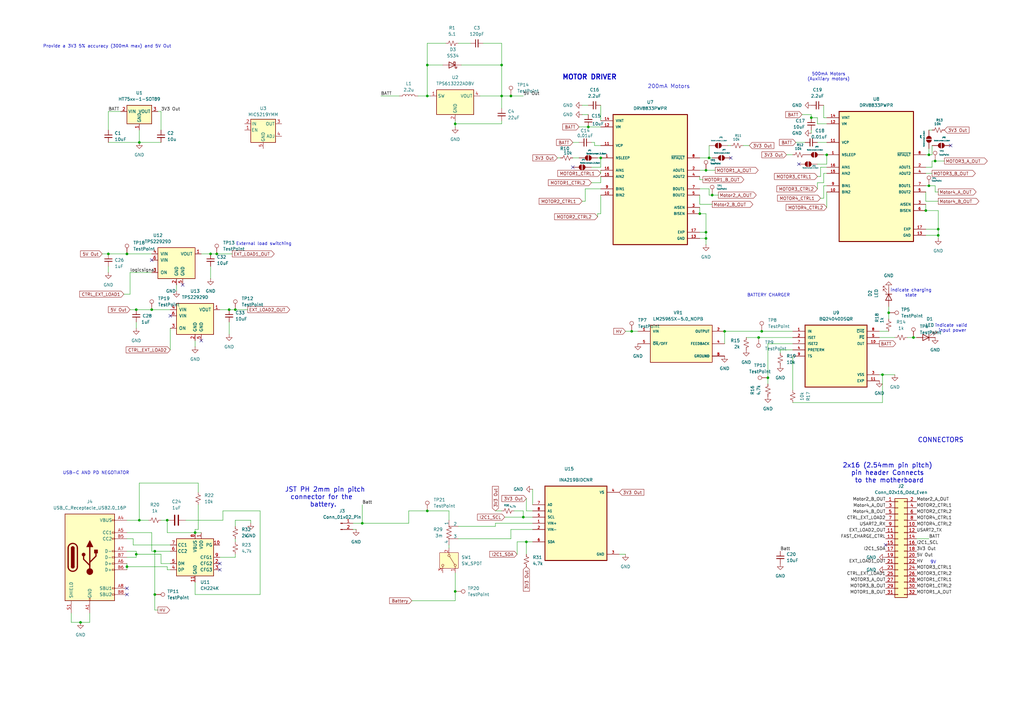
<source format=kicad_sch>
(kicad_sch (version 20250114) (generator "eeschema") (generator_version "9.0")
  (paper "A3")
  (lib_symbols
    (symbol "BQ24040DSQR:BQ24040DSQR" (pin_names (offset 1.016))
      (property "Reference" "U" (at -12.7 13.7 0))
      (property "Value" "BQ24040DSQR" (at -12.7 -16.7 0))
      (symbol "BQ24040DSQR_0_0"
        (pin input line (at -17.78 10.16 0) (length 5.08) (name "IN") (number "1"))
        (pin input line (at -17.78 7.62 0) (length 5.08) (name "ISET") (number "2"))
        (pin input line (at -17.78 5.08 0) (length 5.08) (name "ISET2") (number "7"))
        (pin input line (at -17.78 2.54 0) (length 5.08) (name "PRETERM") (number "4"))
        (pin input line (at -17.78 0 0) (length 5.08) (name "TS") (number "9"))
        (pin output line (at 17.78 10.16 180) (length 5.08) (name "~{CHG}") (number "8"))
        (pin output line (at 17.78 7.62 180) (length 5.08) (name "~{PG}") (number "5"))
        (pin output line (at 17.78 5.08 180) (length 5.08) (name "OUT") (number "10"))
        (pin power_in line (at 17.78 -7.62 180) (length 5.08) (name "VSS") (number "3"))
        (pin power_in line (at 17.78 -10.16 180) (length 5.08) (name "EXP") (number "11"))
      )
    )
    (symbol "Connector:Conn_01x02_Pin" (pin_names (offset 1.016) (hide yes))
      (property "Reference" "J" (at 0 2.54 0))
      (property "Value" "Conn_01x02_Pin" (at 0 -5.08 0))
      (symbol "Conn_01x02_Pin_1_1"
        (pin passive line (at 5.08 0 180) (length 3.81) (name "Pin_1") (number "1"))
        (pin passive line (at 5.08 -2.54 180) (length 3.81) (name "Pin_2") (number "2"))
      )
    )
    (symbol "Connector:TestPoint" (pin_numbers (hide yes)) (pin_names (offset 0.762) (hide yes))
      (property "Reference" "TP" (at 0 6.858 0))
      (property "Value" "TestPoint" (at 0 5.08 0))
      (symbol "TestPoint_1_1"
        (pin passive line (at 0 0 90) (length 2.54) (name "1") (number "1"))
      )
    )
    (symbol "Connector:USB_C_Receptacle_USB2.0_16P" (pin_names (offset 1.016))
      (property "Reference" "J" (at 0 22.225 0))
      (property "Value" "USB_C_Receptacle_USB2.0_16P" (at 0 19.685 0))
      (symbol "USB_C_Receptacle_USB2.0_16P_1_1"
        (pin passive line (at -7.62 -22.86 90) (length 5.08) (name "SHIELD") (number "S1"))
        (pin passive line (at 0 -22.86 90) (length 5.08) (name "GND") (number "A1"))
        (pin passive line (at 0 -22.86 90) (length 5.08) (hide yes) (name "GND") (number "A12"))
        (pin passive line (at 0 -22.86 90) (length 5.08) (hide yes) (name "GND") (number "B1"))
        (pin passive line (at 0 -22.86 90) (length 5.08) (hide yes) (name "GND") (number "B12"))
        (pin passive line (at 15.24 15.24 180) (length 5.08) (name "VBUS") (number "A4"))
        (pin passive line (at 15.24 15.24 180) (length 5.08) (hide yes) (name "VBUS") (number "A9"))
        (pin passive line (at 15.24 15.24 180) (length 5.08) (hide yes) (name "VBUS") (number "B4"))
        (pin passive line (at 15.24 15.24 180) (length 5.08) (hide yes) (name "VBUS") (number "B9"))
        (pin bidirectional line (at 15.24 10.16 180) (length 5.08) (name "CC1") (number "A5"))
        (pin bidirectional line (at 15.24 7.62 180) (length 5.08) (name "CC2") (number "B5"))
        (pin bidirectional line (at 15.24 2.54 180) (length 5.08) (name "D-") (number "A7"))
        (pin bidirectional line (at 15.24 0 180) (length 5.08) (name "D-") (number "B7"))
        (pin bidirectional line (at 15.24 -2.54 180) (length 5.08) (name "D+") (number "A6"))
        (pin bidirectional line (at 15.24 -5.08 180) (length 5.08) (name "D+") (number "B6"))
        (pin bidirectional line (at 15.24 -12.7 180) (length 5.08) (name "SBU1") (number "A8"))
        (pin bidirectional line (at 15.24 -15.24 180) (length 5.08) (name "SBU2") (number "B8"))
      )
    )
    (symbol "Connector_Generic:Conn_02x16_Odd_Even" (pin_names (offset 1.016) (hide yes))
      (property "Reference" "J" (at 1.27 20.32 0))
      (property "Value" "Conn_02x16_Odd_Even" (at 1.27 -22.86 0))
      (symbol "Conn_02x16_Odd_Even_1_1"
        (pin passive line (at -5.08 17.78 0) (length 3.81) (name "Pin_1") (number "1"))
        (pin passive line (at -5.08 15.24 0) (length 3.81) (name "Pin_3") (number "3"))
        (pin passive line (at -5.08 12.7 0) (length 3.81) (name "Pin_5") (number "5"))
        (pin passive line (at -5.08 10.16 0) (length 3.81) (name "Pin_7") (number "7"))
        (pin passive line (at -5.08 7.62 0) (length 3.81) (name "Pin_9") (number "9"))
        (pin passive line (at -5.08 5.08 0) (length 3.81) (name "Pin_11") (number "11"))
        (pin passive line (at -5.08 2.54 0) (length 3.81) (name "Pin_13") (number "13"))
        (pin passive line (at -5.08 0 0) (length 3.81) (name "Pin_15") (number "15"))
        (pin passive line (at -5.08 -2.54 0) (length 3.81) (name "Pin_17") (number "17"))
        (pin passive line (at -5.08 -5.08 0) (length 3.81) (name "Pin_19") (number "19"))
        (pin passive line (at -5.08 -7.62 0) (length 3.81) (name "Pin_21") (number "21"))
        (pin passive line (at -5.08 -10.16 0) (length 3.81) (name "Pin_23") (number "23"))
        (pin passive line (at -5.08 -12.7 0) (length 3.81) (name "Pin_25") (number "25"))
        (pin passive line (at -5.08 -15.24 0) (length 3.81) (name "Pin_27") (number "27"))
        (pin passive line (at -5.08 -17.78 0) (length 3.81) (name "Pin_29") (number "29"))
        (pin passive line (at -5.08 -20.32 0) (length 3.81) (name "Pin_31") (number "31"))
        (pin passive line (at 7.62 17.78 180) (length 3.81) (name "Pin_2") (number "2"))
        (pin passive line (at 7.62 15.24 180) (length 3.81) (name "Pin_4") (number "4"))
        (pin passive line (at 7.62 12.7 180) (length 3.81) (name "Pin_6") (number "6"))
        (pin passive line (at 7.62 10.16 180) (length 3.81) (name "Pin_8") (number "8"))
        (pin passive line (at 7.62 7.62 180) (length 3.81) (name "Pin_10") (number "10"))
        (pin passive line (at 7.62 5.08 180) (length 3.81) (name "Pin_12") (number "12"))
        (pin passive line (at 7.62 2.54 180) (length 3.81) (name "Pin_14") (number "14"))
        (pin passive line (at 7.62 0 180) (length 3.81) (name "Pin_16") (number "16"))
        (pin passive line (at 7.62 -2.54 180) (length 3.81) (name "Pin_18") (number "18"))
        (pin passive line (at 7.62 -5.08 180) (length 3.81) (name "Pin_20") (number "20"))
        (pin passive line (at 7.62 -7.62 180) (length 3.81) (name "Pin_22") (number "22"))
        (pin passive line (at 7.62 -10.16 180) (length 3.81) (name "Pin_24") (number "24"))
        (pin passive line (at 7.62 -12.7 180) (length 3.81) (name "Pin_26") (number "26"))
        (pin passive line (at 7.62 -15.24 180) (length 3.81) (name "Pin_28") (number "28"))
        (pin passive line (at 7.62 -17.78 180) (length 3.81) (name "Pin_30") (number "30"))
        (pin passive line (at 7.62 -20.32 180) (length 3.81) (name "Pin_32") (number "32"))
      )
    )
    (symbol "DRV8833PWPR:DRV8833PWPR" (pin_names (offset 1.016))
      (property "Reference" "U" (at -15.24 28.94 0))
      (property "Value" "DRV8833PWPR" (at -15.24 -29.4 0))
      (symbol "DRV8833PWPR_0_0"
        (pin power_in line (at -20.32 25.4 0) (length 5.08) (name "VINT") (number "14"))
        (pin power_in line (at -20.32 22.86 0) (length 5.08) (name "VM") (number "12"))
        (pin bidirectional line (at -20.32 15.24 0) (length 5.08) (name "VCP") (number "11"))
        (pin input line (at -20.32 10.16 0) (length 5.08) (name "NSLEEP") (number "1"))
        (pin input line (at -20.32 5.08 0) (length 5.08) (name "AIN1") (number "16"))
        (pin input line (at -20.32 2.54 0) (length 5.08) (name "AIN2") (number "15"))
        (pin input line (at -20.32 -2.54 0) (length 5.08) (name "BIN1") (number "9"))
        (pin input line (at -20.32 -5.08 0) (length 5.08) (name "BIN2") (number "10"))
        (pin output line (at 20.32 10.16 180) (length 5.08) (name "~{NFAULT}") (number "8"))
        (pin output line (at 20.32 5.08 180) (length 5.08) (name "AOUT1") (number "2"))
        (pin output line (at 20.32 2.54 180) (length 5.08) (name "AOUT2") (number "4"))
        (pin output line (at 20.32 -2.54 180) (length 5.08) (name "BOUT1") (number "7"))
        (pin output line (at 20.32 -5.08 180) (length 5.08) (name "BOUT2") (number "5"))
        (pin bidirectional line (at 20.32 -10.16 180) (length 5.08) (name "AISEN") (number "3"))
        (pin bidirectional line (at 20.32 -12.7 180) (length 5.08) (name "BISEN") (number "6"))
        (pin passive line (at 20.32 -20.32 180) (length 5.08) (name "EXP") (number "17"))
        (pin power_in line (at 20.32 -22.86 180) (length 5.08) (name "GND") (number "13"))
      )
    )
    (symbol "Device:C" (pin_numbers (hide yes)) (pin_names (offset 0.254))
      (property "Reference" "C" (at 0.635 2.54 0))
      (property "Value" "C" (at 0.635 -2.54 0))
      (symbol "C_1_1"
        (pin passive line (at 0 3.81 270) (length 2.794) (name "~") (number "1"))
        (pin passive line (at 0 -3.81 90) (length 2.794) (name "~") (number "2"))
      )
    )
    (symbol "Device:C_Small" (pin_numbers (hide yes)) (pin_names (offset 0.254) (hide yes))
      (property "Reference" "C" (at 0.254 1.778 0))
      (property "Value" "C_Small" (at 0.254 -2.032 0))
      (symbol "C_Small_1_1"
        (pin passive line (at 0 2.54 270) (length 2.032) (name "~") (number "1"))
        (pin passive line (at 0 -2.54 90) (length 2.032) (name "~") (number "2"))
      )
    )
    (symbol "Device:L" (pin_numbers (hide yes)) (pin_names (offset 1.016) (hide yes))
      (property "Reference" "L" (at -1.27 0 90))
      (property "Value" "L" (at 1.905 0 90))
      (symbol "L_1_1"
        (pin passive line (at 0 3.81 270) (length 1.27) (name "1") (number "1"))
        (pin passive line (at 0 -3.81 90) (length 1.27) (name "2") (number "2"))
      )
    )
    (symbol "Device:LED" (pin_numbers (hide yes)) (pin_names (offset 1.016) (hide yes))
      (property "Reference" "D" (at 0 2.54 0))
      (property "Value" "LED" (at 0 -2.54 0))
      (symbol "LED_1_1"
        (pin passive line (at -3.81 0 0) (length 2.54) (name "K") (number "1"))
        (pin passive line (at 3.81 0 180) (length 2.54) (name "A") (number "2"))
      )
    )
    (symbol "Device:R_Shunt_US" (pin_numbers (hide yes)) (pin_names (offset 0))
      (property "Reference" "R" (at -5.08 0 90))
      (property "Value" "R_Shunt_US" (at -3.048 0 90))
      (symbol "R_Shunt_US_1_1"
        (pin passive line (at 0 5.08 270) (length 2.54) (name "1") (number "1"))
        (pin passive line (at 0 -5.08 90) (length 2.54) (name "4") (number "4"))
        (pin passive line (at 3.81 2.54 180) (length 2.54) (name "2") (number "2"))
        (pin passive line (at 3.81 -2.54 180) (length 2.54) (name "3") (number "3"))
      )
    )
    (symbol "Device:R_Small_US" (pin_numbers (hide yes)) (pin_names (offset 0.254) (hide yes))
      (property "Reference" "R" (at 0.762 0.508 0))
      (property "Value" "R_Small_US" (at 0.762 -1.016 0))
      (symbol "R_Small_US_1_1"
        (pin passive line (at 0 2.54 270) (length 1.016) (name "~") (number "1"))
        (pin passive line (at 0 -2.54 90) (length 1.016) (name "~") (number "2"))
      )
    )
    (symbol "Diode:SS34" (pin_numbers (hide yes)) (pin_names (offset 1.016) (hide yes))
      (property "Reference" "D" (at 0 2.54 0))
      (property "Value" "SS34" (at 0 -2.54 0))
      (symbol "SS34_1_1"
        (pin passive line (at -3.81 0 0) (length 2.54) (name "K") (number "1"))
        (pin passive line (at 3.81 0 180) (length 2.54) (name "A") (number "2"))
      )
    )
    (symbol "INA219BIDCNR:INA219BIDCNR" (pin_names (offset 1.016))
      (property "Reference" "U" (at -12.7 16.24 0))
      (property "Value" "INA219BIDCNR" (at -12.7 -19.24 0))
      (symbol "INA219BIDCNR_0_0"
        (pin input line (at -17.78 7.62 0) (length 5.08) (name "A0") (number "7"))
        (pin input line (at -17.78 5.08 0) (length 5.08) (name "A1") (number "8"))
        (pin input line (at -17.78 2.54 0) (length 5.08) (name "SCL") (number "5"))
        (pin input line (at -17.78 0 0) (length 5.08) (name "VIN+") (number "1"))
        (pin input line (at -17.78 -2.54 0) (length 5.08) (name "VIN-") (number "2"))
        (pin bidirectional line (at -17.78 -7.62 0) (length 5.08) (name "SDA") (number "6"))
        (pin power_in line (at 17.78 12.7 180) (length 5.08) (name "VS") (number "4"))
        (pin power_in line (at 17.78 -12.7 180) (length 5.08) (name "GND") (number "3"))
      )
    )
    (symbol "Interface_USB:CH224K"
      (property "Reference" "U" (at -7.874 -8.89 0))
      (property "Value" "CH224K" (at 3.048 -8.89 0))
      (symbol "CH224K_1_1"
        (pin bidirectional line (at -10.16 5.08 0) (length 2.54) (name "CC1") (number "7"))
        (pin bidirectional line (at -10.16 2.54 0) (length 2.54) (name "CC2") (number "6"))
        (pin bidirectional line (at -10.16 -2.54 0) (length 2.54) (name "DM") (number "5"))
        (pin bidirectional line (at -10.16 -5.08 0) (length 2.54) (name "DP") (number "4"))
        (pin passive line (at 0 10.16 270) (length 2.54) (name "VBUS") (number "8"))
        (pin power_in line (at 0 -10.16 90) (length 2.54) (name "GND") (number "11"))
        (pin power_in line (at 2.54 10.16 270) (length 2.54) (name "VDD") (number "1"))
        (pin open_collector line (at 10.16 5.08 180) (length 2.54) (name "PG") (number "10"))
        (pin passive line (at 10.16 0 180) (length 2.54) (name "CFG1") (number "9"))
        (pin passive line (at 10.16 -2.54 180) (length 2.54) (name "CFG2") (number "2"))
        (pin passive line (at 10.16 -5.08 180) (length 2.54) (name "CFG3") (number "3"))
      )
    )
    (symbol "Jumper:SolderJumper_2_Open" (pin_numbers (hide yes)) (pin_names (offset 0) (hide yes)) (exclude_from_sim yes) (in_bom no)
      (property "Reference" "JP" (at 0 2.032 0))
      (property "Value" "SolderJumper_2_Open" (at 0 -2.54 0))
      (symbol "SolderJumper_2_Open_1_1"
        (pin passive line (at -3.81 0 0) (length 2.54) (name "A") (number "1"))
        (pin passive line (at 3.81 0 180) (length 2.54) (name "B") (number "2"))
      )
    )
    (symbol "LM2596SX-5.0_NOPB:LM2596SX-5.0_NOPB" (pin_names (offset 1.016))
      (property "Reference" "VR" (at -12.7 8.128 0))
      (property "Value" "LM2596SX-5.0_NOPB" (at -12.7 -10.16 0))
      (symbol "LM2596SX-5.0_NOPB_0_0"
        (pin input line (at -17.78 5.08 0) (length 5.08) (name "VIN") (number "1"))
        (pin input line (at -17.78 0 0) (length 5.08) (name "~{ON}/OFF") (number "5"))
        (pin output line (at 17.78 5.08 180) (length 5.08) (name "OUTPUT") (number "2"))
        (pin input line (at 17.78 0 180) (length 5.08) (name "FEEDBACK") (number "4"))
        (pin power_in line (at 17.78 -5.08 180) (length 5.08) (name "GROUND") (number "3"))
        (pin power_in line (at 17.78 -5.08 180) (length 5.08) (name "GROUND") (number "6"))
      )
    )
    (symbol "Power_Management:TPS22929D" (pin_names (offset 1.016))
      (property "Reference" "U" (at -7.62 8.89 0))
      (property "Value" "TPS22929D" (at 7.62 8.89 0))
      (symbol "TPS22929D_1_1"
        (pin power_in line (at -10.16 5.08 0) (length 2.54) (name "VIN") (number "4"))
        (pin power_in line (at -10.16 2.54 0) (length 2.54) (name "VIN") (number "6"))
        (pin input line (at -10.16 -2.54 0) (length 2.54) (name "ON") (number "3"))
        (pin power_in line (at 0 -7.62 90) (length 2.54) (name "GND") (number "2"))
        (pin power_in line (at 2.54 -7.62 90) (length 2.54) (name "GND") (number "5"))
        (pin power_out line (at 10.16 5.08 180) (length 2.54) (name "VOUT") (number "1"))
      )
    )
    (symbol "Regulator_Linear:HT75xx-1-SOT89"
      (property "Reference" "U" (at -5.08 -3.81 0))
      (property "Value" "HT75xx-1-SOT89" (at 0 6.35 0))
      (symbol "HT75xx-1-SOT89_1_1"
        (pin power_in line (at -7.62 2.54 0) (length 2.54) (name "VIN") (number "2"))
        (pin power_in line (at 0 -5.08 90) (length 2.54) (name "GND") (number "1"))
        (pin power_out line (at 7.62 2.54 180) (length 2.54) (name "VOUT") (number "3"))
      )
    )
    (symbol "Regulator_Linear:MIC5219YMM" (pin_names (offset 0.254))
      (property "Reference" "U" (at -3.81 5.715 0))
      (property "Value" "MIC5219YMM" (at 0 5.715 0))
      (symbol "MIC5219YMM_1_1"
        (pin power_in line (at -7.62 2.54 0) (length 2.54) (name "IN") (number "2"))
        (pin input line (at -7.62 0 0) (length 2.54) (name "EN") (number "1"))
        (pin power_in line (at 0 -7.62 90) (length 2.54) (name "GND") (number "5"))
        (pin passive line (at 0 -7.62 90) (length 2.54) (hide yes) (name "GND") (number "6"))
        (pin passive line (at 0 -7.62 90) (length 2.54) (hide yes) (name "GND") (number "7"))
        (pin passive line (at 0 -7.62 90) (length 2.54) (hide yes) (name "GND") (number "8"))
        (pin power_out line (at 7.62 2.54 180) (length 2.54) (name "OUT") (number "3"))
        (pin input line (at 7.62 -2.54 180) (length 2.54) (name "ADJ") (number "4"))
      )
    )
    (symbol "Regulator_Switching:TPS613222ADBV"
      (property "Reference" "U" (at -7.62 6.35 0))
      (property "Value" "TPS613222ADBV" (at 2.54 6.35 0))
      (symbol "TPS613222ADBV_1_1"
        (pin power_in line (at -10.16 2.54 0) (length 2.54) (name "SW") (number "1"))
        (pin no_connect line (at -7.62 -2.54 0) (length 2.54) (hide yes) (name "NC") (number "3"))
        (pin power_in line (at 0 -7.62 90) (length 2.54) (name "GND") (number "2"))
        (pin no_connect line (at 7.62 -2.54 180) (length 2.54) (hide yes) (name "NC") (number "5"))
        (pin power_out line (at 10.16 2.54 180) (length 2.54) (name "VOUT") (number "4"))
      )
    )
    (symbol "Switch:SW_SPDT" (pin_names (offset 0) (hide yes))
      (property "Reference" "SW" (at 0 5.08 0))
      (property "Value" "SW_SPDT" (at 0 -5.08 0))
      (symbol "SW_SPDT_1_1"
        (pin passive line (at -5.08 0 0) (length 2.54) (name "B") (number "2"))
        (pin passive line (at 5.08 2.54 180) (length 2.54) (name "A") (number "1"))
        (pin passive line (at 5.08 -2.54 180) (length 2.54) (name "C") (number "3"))
      )
    )
    (symbol "power:GND" (power) (pin_numbers (hide yes)) (pin_names (offset 0) (hide yes))
      (property "Value" "GND" (at 0 -3.81 0))
      (symbol "GND_1_1"
        (pin power_in line (at 0 0 270) (length 0) (name "~") (number "1"))
      )
    )
  )
  (text "BATTERY CHARGER" (at 315.214 121.158 0) (effects (font (size 1.27 1.27))))
  (text " JST PH 2mm pin pitch\nconnector for the \nbattery." (at 132.588 203.962 0) (effects (font (size 1.9 1.9) (thickness 0.254) (bold yes))))
  (text "External load switching" (at 108.204 100.076 0) (effects (font (size 1.27 1.27))))
  (text " indicate charging \nstate" (at 373.634 120.142 0) (effects (font (size 1.27 1.27))))
  (text "500mA Motors\n(Auxiliary motors)\n" (at 339.852 31.496 0) (effects (font (size 1.27 1.27))))
  (text "MOTOR DRIVER" (at 241.808 31.75 0) (effects (font (size 2 2) (thickness 0.4) (bold yes))))
  (text "indicate valid\n input power" (at 390.144 134.62 0) (effects (font (size 1.27 1.27))))
  (text "2x16 (2.54mm pin pitch) \npin header Connects \nto the motherboard\n" (at 364.744 194.056 0) (effects (font (size 1.9 1.9) (thickness 0.254) (bold yes))))
  (text "CONNECTORS" (at 385.826 180.594 0) (effects (font (size 1.9 1.9) (thickness 0.254) (bold yes))))
  (text "9V\n" (at 382.778 230.632 0) (effects (font (size 1.27 1.27))))
  (text "USB-C AND PD NEGOTIATOR" (at 39.37 194.056 0) (effects (font (size 1.27 1.27))))
  (text "200mA Motors" (at 274.32 35.56 0) (effects (font (size 1.6 1.6))))
  (text "Provide a 3V3 5% accuracy (300mA max) and 5V Out" (at 43.942 19.05 0) (effects (font (size 1.27 1.27))))
  (junction (at 214.63 212.09))
  (junction (at 33.02 255.27))
  (junction (at 297.18 135.89))
  (junction (at 292.1 80.01))
  (junction (at 63.5 243.84))
  (junction (at 55.88 227.33))
  (junction (at 52.07 232.41))
  (junction (at 289.56 95.25))
  (junction (at 246.38 64.77))
  (junction (at 148.59 214.63))
  (junction (at 384.81 93.98))
  (junction (at 175.26 39.37))
  (junction (at 311.15 138.43))
  (junction (at 287.02 87.63))
  (junction (at 289.56 97.79))
  (junction (at 312.42 135.89))
  (junction (at 241.3 52.07))
  (junction (at 205.74 26.67))
  (junction (at 339.09 63.5))
  (junction (at 57.15 58.42))
  (junction (at 361.95 153.67))
  (junction (at 379.73 86.36))
  (junction (at 186.69 242.57))
  (junction (at 88.9 104.14))
  (junction (at 93.98 127))
  (junction (at 175.26 26.67))
  (junction (at 96.52 127))
  (junction (at 332.74 48.26))
  (junction (at 62.23 127))
  (junction (at 186.69 50.8))
  (junction (at 383.54 66.04))
  (junction (at 209.55 39.37))
  (junction (at 381 63.5))
  (junction (at 63.5 226.06))
  (junction (at 384.81 96.52))
  (junction (at 381 76.2))
  (junction (at 215.9 222.25))
  (junction (at 55.88 127))
  (junction (at 314.96 154.94))
  (junction (at 374.65 138.43))
  (junction (at 290.83 64.77))
  (junction (at 259.08 135.89))
  (junction (at 44.45 104.14))
  (junction (at 52.07 104.14))
  (junction (at 364.49 128.27))
  (junction (at 57.15 213.36))
  (junction (at 205.74 39.37))
  (junction (at 80.01 218.44))
  (junction (at 86.36 104.14))
  (junction (at 289.56 69.85))
  (junction (at 175.26 209.55))
  (junction (at 68.58 213.36))
  (no_connect (at 389.89 59.69))
  (no_connect (at 52.07 243.84))
  (no_connect (at 299.72 64.77))
  (no_connect (at 82.55 139.7))
  (no_connect (at 90.17 231.14))
  (no_connect (at 363.22 223.52))
  (no_connect (at 327.66 67.31))
  (no_connect (at 90.17 233.68))
  (no_connect (at 69.85 129.54))
  (no_connect (at 234.95 68.58))
  (no_connect (at 52.07 241.3))
  (no_connect (at 74.93 116.84))
  (no_connect (at 62.23 106.68))
  (wire (pts (xy 55.88 132.08) (xy 55.88 134.62)))
  (wire (pts (xy 214.63 39.37) (xy 209.55 39.37)))
  (wire (pts (xy 186.69 242.57) (xy 186.69 246.38)))
  (wire (pts (xy 238.76 46.99) (xy 241.3 46.99)))
  (wire (pts (xy 44.45 45.72) (xy 44.45 53.34)))
  (wire (pts (xy 245.11 64.77) (xy 246.38 64.77)))
  (wire (pts (xy 57.15 53.34) (xy 57.15 58.42)))
  (wire (pts (xy 364.49 128.27) (xy 364.49 125.73)))
  (wire (pts (xy 44.45 104.14) (xy 52.07 104.14)))
  (wire (pts (xy 361.95 153.67) (xy 367.03 153.67)))
  (wire (pts (xy 293.37 69.85) (xy 289.56 69.85)))
  (wire (pts (xy 383.54 78.74) (xy 383.54 76.2)))
  (wire (pts (xy 96.52 215.9) (xy 96.52 213.36)))
  (wire (pts (xy 294.64 80.01) (xy 292.1 80.01)))
  (wire (pts (xy 374.65 138.43) (xy 375.92 138.43)))
  (wire (pts (xy 337.82 43.18) (xy 337.82 48.26)))
  (wire (pts (xy 187.96 220.98) (xy 209.55 220.98)))
  (wire (pts (xy 96.52 222.25) (xy 96.52 220.98)))
  (wire (pts (xy 379.73 63.5) (xy 381 63.5)))
  (wire (pts (xy 52.07 218.44) (xy 62.23 218.44)))
  (wire (pts (xy 339.09 50.8) (xy 335.28 50.8)))
  (wire (pts (xy 57.15 58.42) (xy 66.04 58.42)))
  (wire (pts (xy 175.26 17.78) (xy 182.88 17.78)))
  (wire (pts (xy 325.12 146.05) (xy 325.12 160.02)))
  (wire (pts (xy 387.35 66.04) (xy 383.54 66.04)))
  (wire (pts (xy 212.09 227.33) (xy 212.09 222.25)))
  (wire (pts (xy 240.03 77.47) (xy 246.38 77.47)))
  (wire (pts (xy 44.45 109.22) (xy 44.45 111.76)))
  (wire (pts (xy 292.1 83.82) (xy 287.02 83.82)))
  (wire (pts (xy 337.82 76.2) (xy 337.82 81.28)))
  (wire (pts (xy 335.28 48.26) (xy 332.74 48.26)))
  (wire (pts (xy 297.18 140.97) (xy 297.18 135.89)))
  (wire (pts (xy 289.56 100.33) (xy 289.56 97.79)))
  (wire (pts (xy 86.36 104.14) (xy 88.9 104.14)))
  (wire (pts (xy 184.15 223.52) (xy 184.15 224.79)))
  (wire (pts (xy 55.88 227.33) (xy 55.88 228.6)))
  (wire (pts (xy 81.28 198.12) (xy 81.28 201.93)))
  (wire (pts (xy 146.05 217.17) (xy 144.78 217.17)))
  (wire (pts (xy 384.81 96.52) (xy 384.81 93.98)))
  (wire (pts (xy 337.82 81.28) (xy 336.55 81.28)))
  (wire (pts (xy 57.15 213.36) (xy 60.96 213.36)))
  (wire (pts (xy 52.07 232.41) (xy 52.07 233.68)))
  (wire (pts (xy 339.09 76.2) (xy 337.82 76.2)))
  (wire (pts (xy 290.83 77.47) (xy 287.02 77.47)))
  (wire (pts (xy 215.9 209.55) (xy 215.9 204.47)))
  (wire (pts (xy 96.52 213.36) (xy 102.87 213.36)))
  (wire (pts (xy 106.68 243.84) (xy 80.01 243.84)))
  (wire (pts (xy 379.73 93.98) (xy 384.81 93.98)))
  (wire (pts (xy 209.55 217.17) (xy 218.44 217.17)))
  (wire (pts (xy 82.55 218.44) (xy 80.01 218.44)))
  (wire (pts (xy 80.01 139.7) (xy 80.01 142.24)))
  (wire (pts (xy 44.45 58.42) (xy 57.15 58.42)))
  (wire (pts (xy 287.02 97.79) (xy 289.56 97.79)))
  (wire (pts (xy 93.98 132.08) (xy 93.98 137.16)))
  (wire (pts (xy 62.23 127) (xy 69.85 127)))
  (wire (pts (xy 384.81 97.79) (xy 384.81 96.52)))
  (wire (pts (xy 106.68 209.55) (xy 106.68 243.84)))
  (wire (pts (xy 52.07 231.14) (xy 52.07 232.41)))
  (wire (pts (xy 90.17 228.6) (xy 96.52 228.6)))
  (wire (pts (xy 80.01 217.17) (xy 80.01 218.44)))
  (wire (pts (xy 246.38 74.93) (xy 246.38 72.39)))
  (wire (pts (xy 336.55 72.39) (xy 335.28 72.39)))
  (wire (pts (xy 215.9 222.25) (xy 215.9 227.33)))
  (wire (pts (xy 256.54 135.89) (xy 259.08 135.89)))
  (wire (pts (xy 306.07 138.43) (xy 311.15 138.43)))
  (wire (pts (xy 186.69 50.8) (xy 205.74 50.8)))
  (wire (pts (xy 54.61 223.52) (xy 54.61 220.98)))
  (wire (pts (xy 287.02 87.63) (xy 289.56 87.63)))
  (wire (pts (xy 322.58 63.5) (xy 325.12 63.5)))
  (wire (pts (xy 210.82 209.55) (xy 214.63 209.55)))
  (wire (pts (xy 144.78 214.63) (xy 148.59 214.63)))
  (wire (pts (xy 337.82 74.93) (xy 335.28 74.93)))
  (wire (pts (xy 66.04 231.14) (xy 69.85 231.14)))
  (wire (pts (xy 379.73 96.52) (xy 384.81 96.52)))
  (wire (pts (xy 175.26 209.55) (xy 184.15 209.55)))
  (wire (pts (xy 88.9 104.14) (xy 95.25 104.14)))
  (wire (pts (xy 361.95 165.1) (xy 361.95 153.67)))
  (wire (pts (xy 339.09 63.5) (xy 339.09 67.31)))
  (wire (pts (xy 49.53 45.72) (xy 44.45 45.72)))
  (wire (pts (xy 81.28 217.17) (xy 80.01 217.17)))
  (wire (pts (xy 383.54 76.2) (xy 381 76.2)))
  (wire (pts (xy 228.6 64.77) (xy 229.87 64.77)))
  (wire (pts (xy 364.49 130.81) (xy 364.49 128.27)))
  (wire (pts (xy 335.28 74.93) (xy 335.28 77.47)))
  (wire (pts (xy 168.91 246.38) (xy 186.69 246.38)))
  (wire (pts (xy 381 53.34) (xy 382.27 53.34)))
  (wire (pts (xy 33.02 255.27) (xy 29.21 255.27)))
  (wire (pts (xy 209.55 220.98) (xy 209.55 217.17)))
  (wire (pts (xy 381 60.96) (xy 381 63.5)))
  (wire (pts (xy 148.59 207.01) (xy 148.59 214.63)))
  (wire (pts (xy 381 220.98) (xy 375.92 220.98)))
  (wire (pts (xy 82.55 104.14) (xy 86.36 104.14)))
  (wire (pts (xy 68.58 232.41) (xy 68.58 233.68)))
  (wire (pts (xy 287.02 83.82) (xy 287.02 80.01)))
  (wire (pts (xy 76.2 213.36) (xy 91.44 213.36)))
  (wire (pts (xy 175.26 26.67) (xy 175.26 17.78)))
  (wire (pts (xy 384.81 82.55) (xy 379.73 82.55)))
  (wire (pts (xy 63.5 226.06) (xy 69.85 226.06)))
  (wire (pts (xy 312.42 135.89) (xy 325.12 135.89)))
  (wire (pts (xy 53.34 120.65) (xy 53.34 111.76)))
  (wire (pts (xy 288.29 73.66) (xy 287.02 73.66)))
  (wire (pts (xy 372.11 138.43) (xy 374.65 138.43)))
  (wire (pts (xy 214.63 212.09) (xy 218.44 212.09)))
  (wire (pts (xy 337.82 48.26) (xy 339.09 48.26)))
  (wire (pts (xy 148.59 214.63) (xy 167.64 214.63)))
  (wire (pts (xy 238.76 82.55) (xy 240.03 82.55)))
  (wire (pts (xy 189.23 26.67) (xy 205.74 26.67)))
  (wire (pts (xy 55.88 227.33) (xy 66.04 227.33)))
  (wire (pts (xy 167.64 209.55) (xy 175.26 209.55)))
  (wire (pts (xy 91.44 209.55) (xy 106.68 209.55)))
  (wire (pts (xy 55.88 127) (xy 62.23 127)))
  (wire (pts (xy 384.81 86.36) (xy 379.73 86.36)))
  (wire (pts (xy 29.21 251.46) (xy 29.21 255.27)))
  (wire (pts (xy 246.38 68.58) (xy 246.38 64.77)))
  (wire (pts (xy 52.07 226.06) (xy 55.88 226.06)))
  (wire (pts (xy 360.68 135.89) (xy 364.49 135.89)))
  (wire (pts (xy 196.85 39.37) (xy 205.74 39.37)))
  (wire (pts (xy 53.34 111.76) (xy 62.23 111.76)))
  (wire (pts (xy 80.01 218.44) (xy 68.58 218.44)))
  (wire (pts (xy 384.81 78.74) (xy 383.54 78.74)))
  (wire (pts (xy 203.2 214.63) (xy 218.44 214.63)))
  (wire (pts (xy 292.1 80.01) (xy 290.83 80.01)))
  (wire (pts (xy 218.44 207.01) (xy 218.44 200.66)))
  (wire (pts (xy 287.02 64.77) (xy 290.83 64.77)))
  (wire (pts (xy 246.38 43.18) (xy 246.38 49.53)))
  (wire (pts (xy 242.57 74.93) (xy 246.38 74.93)))
  (wire (pts (xy 203.2 214.63) (xy 203.2 215.9)))
  (wire (pts (xy 314.96 154.94) (xy 314.96 157.48)))
  (wire (pts (xy 66.04 45.72) (xy 66.04 53.34)))
  (wire (pts (xy 246.38 87.63) (xy 246.38 80.01)))
  (wire (pts (xy 339.09 67.31) (xy 335.28 67.31)))
  (wire (pts (xy 335.28 50.8) (xy 335.28 48.26)))
  (wire (pts (xy 339.09 71.12) (xy 337.82 71.12)))
  (wire (pts (xy 212.09 222.25) (xy 215.9 222.25)))
  (wire (pts (xy 234.95 64.77) (xy 237.49 64.77)))
  (wire (pts (xy 186.69 50.8) (xy 186.69 49.53)))
  (wire (pts (xy 41.91 104.14) (xy 44.45 104.14)))
  (wire (pts (xy 96.52 227.33) (xy 96.52 228.6)))
  (wire (pts (xy 93.98 127) (xy 96.52 127)))
  (wire (pts (xy 287.02 85.09) (xy 287.02 87.63)))
  (wire (pts (xy 57.15 198.12) (xy 81.28 198.12)))
  (wire (pts (xy 290.83 59.69) (xy 290.83 64.77)))
  (wire (pts (xy 241.3 52.07) (xy 246.38 52.07)))
  (wire (pts (xy 335.28 58.42) (xy 339.09 58.42)))
  (wire (pts (xy 167.64 214.63) (xy 167.64 209.55)))
  (wire (pts (xy 381 76.2) (xy 379.73 76.2)))
  (wire (pts (xy 207.01 212.09) (xy 214.63 212.09)))
  (wire (pts (xy 175.26 39.37) (xy 175.26 26.67)))
  (wire (pts (xy 328.93 46.99) (xy 332.74 46.99)))
  (wire (pts (xy 311.15 138.43) (xy 325.12 138.43)))
  (wire (pts (xy 332.74 53.34) (xy 332.74 54.61)))
  (wire (pts (xy 360.68 153.67) (xy 361.95 153.67)))
  (wire (pts (xy 214.63 209.55) (xy 214.63 212.09)))
  (wire (pts (xy 290.83 80.01) (xy 290.83 77.47)))
  (wire (pts (xy 72.39 116.84) (xy 72.39 119.38)))
  (wire (pts (xy 381 63.5) (xy 382.27 63.5)))
  (wire (pts (xy 383.54 66.04) (xy 382.27 66.04)))
  (wire (pts (xy 382.27 68.58) (xy 379.73 68.58)))
  (wire (pts (xy 52.07 220.98) (xy 54.61 220.98)))
  (wire (pts (xy 259.08 135.89) (xy 261.62 135.89)))
  (wire (pts (xy 337.82 71.12) (xy 337.82 74.93)))
  (wire (pts (xy 52.07 104.14) (xy 62.23 104.14)))
  (wire (pts (xy 68.58 233.68) (xy 69.85 233.68)))
  (wire (pts (xy 86.36 109.22) (xy 86.36 114.3)))
  (wire (pts (xy 242.57 58.42) (xy 243.84 58.42)))
  (wire (pts (xy 198.12 17.78) (xy 205.74 17.78)))
  (wire (pts (xy 382.27 71.12) (xy 379.73 71.12)))
  (wire (pts (xy 243.84 58.42) (xy 243.84 59.69)))
  (wire (pts (xy 382.27 63.5) (xy 382.27 59.69)))
  (wire (pts (xy 50.8 120.65) (xy 53.34 120.65)))
  (wire (pts (xy 91.44 213.36) (xy 91.44 209.55)))
  (wire (pts (xy 184.15 209.55) (xy 184.15 213.36)))
  (wire (pts (xy 325.12 143.51) (xy 320.04 143.51)))
  (wire (pts (xy 243.84 59.69) (xy 246.38 59.69)))
  (wire (pts (xy 156.21 39.37) (xy 163.83 39.37)))
  (wire (pts (xy 205.74 17.78) (xy 205.74 26.67)))
  (wire (pts (xy 63.5 243.84) (xy 63.5 250.19)))
  (wire (pts (xy 304.8 59.69) (xy 307.34 59.69)))
  (wire (pts (xy 186.69 52.07) (xy 186.69 50.8)))
  (wire (pts (xy 52.07 232.41) (xy 68.58 232.41)))
  (wire (pts (xy 205.74 39.37) (xy 209.55 39.37)))
  (wire (pts (xy 289.56 95.25) (xy 289.56 87.63)))
  (wire (pts (xy 297.18 135.89) (xy 312.42 135.89)))
  (wire (pts (xy 68.58 213.36) (xy 68.58 218.44)))
  (wire (pts (xy 320.04 143.51) (xy 320.04 144.78)))
  (wire (pts (xy 203.2 209.55) (xy 205.74 209.55)))
  (wire (pts (xy 62.23 218.44) (xy 62.23 226.06)))
  (wire (pts (xy 53.34 127) (xy 55.88 127)))
  (wire (pts (xy 69.85 223.52) (xy 54.61 223.52)))
  (wire (pts (xy 245.11 87.63) (xy 246.38 87.63)))
  (wire (pts (xy 175.26 26.67) (xy 181.61 26.67)))
  (wire (pts (xy 245.11 88.9) (xy 245.11 87.63)))
  (wire (pts (xy 382.27 66.04) (xy 382.27 68.58)))
  (wire (pts (xy 237.49 52.07) (xy 241.3 52.07)))
  (wire (pts (xy 234.95 58.42) (xy 237.49 58.42)))
  (wire (pts (xy 325.12 165.1) (xy 361.95 165.1)))
  (wire (pts (xy 289.56 69.85) (xy 287.02 69.85)))
  (wire (pts (xy 290.83 64.77) (xy 292.1 64.77)))
  (wire (pts (xy 337.82 63.5) (xy 339.09 63.5)))
  (wire (pts (xy 218.44 222.25) (xy 215.9 222.25)))
  (wire (pts (xy 241.3 43.18) (xy 238.76 43.18)))
  (wire (pts (xy 62.23 226.06) (xy 63.5 226.06)))
  (wire (pts (xy 289.56 97.79) (xy 289.56 95.25)))
  (wire (pts (xy 63.5 250.19) (xy 64.77 250.19)))
  (wire (pts (xy 287.02 73.66) (xy 287.02 72.39)))
  (wire (pts (xy 240.03 82.55) (xy 240.03 77.47)))
  (wire (pts (xy 96.52 127) (xy 101.6 127)))
  (wire (pts (xy 218.44 209.55) (xy 215.9 209.55)))
  (wire (pts (xy 66.04 227.33) (xy 66.04 231.14)))
  (wire (pts (xy 384.81 93.98) (xy 384.81 86.36)))
  (wire (pts (xy 57.15 213.36) (xy 57.15 198.12)))
  (wire (pts (xy 90.17 127) (xy 93.98 127)))
  (wire (pts (xy 336.55 68.58) (xy 336.55 72.39)))
  (wire (pts (xy 254 227.33) (xy 256.54 227.33)))
  (wire (pts (xy 379.73 82.55) (xy 379.73 78.74)))
  (wire (pts (xy 379.73 83.82) (xy 379.73 86.36)))
  (wire (pts (xy 360.68 138.43) (xy 367.03 138.43)))
  (wire (pts (xy 55.88 226.06) (xy 55.88 227.33)))
  (wire (pts (xy 287.02 95.25) (xy 289.56 95.25)))
  (wire (pts (xy 325.12 140.97) (xy 314.96 140.97)))
  (wire (pts (xy 339.09 68.58) (xy 336.55 68.58)))
  (wire (pts (xy 339.09 85.09) (xy 339.09 78.74)))
  (wire (pts (xy 242.57 68.58) (xy 246.38 68.58)))
  (wire (pts (xy 102.87 213.36) (xy 102.87 214.63)))
  (wire (pts (xy 205.74 49.53) (xy 205.74 50.8)))
  (wire (pts (xy 171.45 39.37) (xy 175.26 39.37)))
  (wire (pts (xy 175.26 39.37) (xy 176.53 39.37)))
  (wire (pts (xy 187.96 215.9) (xy 203.2 215.9)))
  (wire (pts (xy 63.5 226.06) (xy 63.5 243.84)))
  (wire (pts (xy 332.74 46.99) (xy 332.74 48.26)))
  (wire (pts (xy 205.74 44.45) (xy 205.74 39.37)))
  (wire (pts (xy 205.74 26.67) (xy 205.74 39.37)))
  (wire (pts (xy 80.01 243.84) (xy 80.01 238.76)))
  (wire (pts (xy 52.07 213.36) (xy 57.15 213.36)))
  (wire (pts (xy 66.04 213.36) (xy 68.58 213.36)))
  (wire (pts (xy 69.85 134.62) (xy 69.85 143.51)))
  (wire (pts (xy 246.38 71.12) (xy 246.38 69.85)))
  (wire (pts (xy 187.96 17.78) (xy 193.04 17.78)))
  (wire (pts (xy 33.02 255.27) (xy 36.83 255.27)))
  (wire (pts (xy 330.2 58.42) (xy 326.39 58.42)))
  (wire (pts (xy 81.28 207.01) (xy 81.28 217.17)))
  (wire (pts (xy 314.96 140.97) (xy 314.96 154.94)))
  (wire (pts (xy 186.69 234.95) (xy 186.69 242.57)))
  (wire (pts (xy 52.07 228.6) (xy 55.88 228.6)))
  (wire (pts (xy 64.77 45.72) (xy 66.04 45.72)))
  (wire (pts (xy 36.83 251.46) (xy 36.83 255.27)))
  (wire (pts (xy 298.45 59.69) (xy 299.72 59.69)))
  (label "Motor4_A_OUT" (at 363.22 208.28 180))
  (label "Batt" (at 320.04 226.06 0))
  (label "Motor2_B_OUT" (at 363.22 205.74 180) (effects (font (thickness 0.1588))))
  (label "I2C1_SDA" (at 363.22 226.06 180))
  (label "MOTOR1_CTRL1" (at 375.92 238.76 0))
  (label "EXT_LOAD1_OUT" (at 363.22 231.14 180))
  (label "Motor2_A_OUT" (at 375.92 205.74 0) (effects (font (thickness 0.1588))))
  (label "3V3 Out" (at 66.04 45.72 0))
  (label "CTRL_EXT_LOAD1" (at 363.22 236.22 180))
  (label "MOTOR3_A_OUT" (at 363.22 238.76 180))
  (label "3V3 Out" (at 375.92 226.06 0))
  (label "MOTOR3_CTRL2" (at 375.92 236.22 0))
  (label "logicsignal" (at 53.34 111.76 0))
  (label "BATT" (at 156.21 39.37 0))
  (label "MOTOR1_CTRL2" (at 375.92 241.3 0))
  (label "CTRL_EXT_LOAD2" (at 363.22 213.36 180))
  (label "BATT" (at 381 220.98 0))
  (label "MOTOR4_CTRL2" (at 375.92 215.9 0))
  (label "FAST_CHARGE_CTRL" (at 363.22 220.98 180))
  (label "I2C1_SCL" (at 375.92 223.52 0))
  (label "Motor4_B_OUT" (at 363.22 210.82 180))
  (label "EXT_LOAD2_OUT" (at 363.22 218.44 180))
  (label "MOTOR3_B_OUT" (at 363.22 241.3 180))
  (label "HV" (at 375.92 231.14 0))
  (label "USART2_RX" (at 363.22 215.9 180))
  (label "BATT" (at 44.45 45.72 0))
  (label "5V Out" (at 375.92 228.6 0))
  (label "MOTOR4_CTRL1" (at 375.92 213.36 0))
  (label "USART2_TX" (at 375.92 218.44 0))
  (label "5V Out" (at 214.63 39.37 0))
  (label "MOTOR2_CTRL2" (at 375.92 210.82 0))
  (label "MOTOR1_B_OUT" (at 363.22 243.84 180))
  (label "MOTOR2_CTRL1" (at 375.92 208.28 0))
  (label "Batt" (at 148.59 207.01 0) (effects (font (thickness 0.1588))))
  (label "MOTOR1_A_OUT" (at 375.92 243.84 0))
  (label "MOTOR3_CTRL1" (at 375.92 233.68 0))
  (global_label "HV" (shape output) (at 64.77 250.19 0) (property "Intersheetrefs" "${INTERSHEET_REFS}" (effects (hide yes))))
  (global_label "3V3 Out" (shape input) (at 203.2 209.55 90) (property "Intersheetrefs" "${INTERSHEET_REFS}" (effects (hide yes))))
  (global_label "I2C1_SCL" (shape input) (at 207.01 212.09 180) (property "Intersheetrefs" "${INTERSHEET_REFS}" (effects (hide yes))))
  (global_label "5V Out" (shape input) (at 41.91 104.14 180) (property "Intersheetrefs" "${INTERSHEET_REFS}" (effects (hide yes))))
  (global_label "MOTOR4_CTRL2" (shape input) (at 339.09 85.09 180) (property "Intersheetrefs" "${INTERSHEET_REFS}" (effects (hide yes))))
  (global_label "HV" (shape input) (at 256.54 135.89 180) (property "Intersheetrefs" "${INTERSHEET_REFS}" (effects (hide yes))))
  (global_label "BATT" (shape input) (at 234.95 58.42 180) (property "Intersheetrefs" "${INTERSHEET_REFS}" (effects (hide yes))))
  (global_label "BATT" (shape input) (at 328.93 46.99 180) (property "Intersheetrefs" "${INTERSHEET_REFS}" (effects (hide yes))))
  (global_label "MOTOR3_CTRL2" (shape input) (at 335.28 77.47 180) (property "Intersheetrefs" "${INTERSHEET_REFS}" (effects (hide yes))))
  (global_label "MOTOR4_CTRL1 " (shape input) (at 336.55 81.28 180) (property "Intersheetrefs" "${INTERSHEET_REFS}" (effects (hide yes))))
  (global_label "3V3 Out" (shape input) (at 387.35 53.34 0) (property "Intersheetrefs" "${INTERSHEET_REFS}" (effects (hide yes))))
  (global_label "3V3 Out" (shape input) (at 307.34 59.69 0) (property "Intersheetrefs" "${INTERSHEET_REFS}" (effects (hide yes))))
  (global_label "3V3 Out" (shape input) (at 215.9 204.47 180) (property "Intersheetrefs" "${INTERSHEET_REFS}" (effects (hide yes))))
  (global_label "Motor2_A_OUT" (shape output) (at 294.64 80.01 0) (property "Intersheetrefs" "${INTERSHEET_REFS}" (effects (hide yes))))
  (global_label "BATT" (shape input) (at 237.49 52.07 180) (property "Intersheetrefs" "${INTERSHEET_REFS}" (effects (hide yes))))
  (global_label "Motor4_A_OUT" (shape output) (at 384.81 78.74 0) (property "Intersheetrefs" "${INTERSHEET_REFS}" (effects (hide yes))))
  (global_label "BATT" (shape output) (at 360.68 140.97 0) (property "Intersheetrefs" "${INTERSHEET_REFS}" (effects (hide yes))))
  (global_label "Battery" (shape input) (at 168.91 246.38 180) (property "Intersheetrefs" "${INTERSHEET_REFS}" (effects (hide yes))))
  (global_label "I2C1_SDA" (shape input) (at 212.09 227.33 180) (property "Intersheetrefs" "${INTERSHEET_REFS}" (effects (hide yes))))
  (global_label "MOTOR2_CTRL1 " (shape input) (at 238.76 82.55 180) (property "Intersheetrefs" "${INTERSHEET_REFS}" (effects (hide yes))))
  (global_label "3V3 Out" (shape input) (at 228.6 64.77 180) (property "Intersheetrefs" "${INTERSHEET_REFS}" (effects (hide yes))))
  (global_label "MOTOR3_CTRL1 " (shape input) (at 335.28 72.39 180) (property "Intersheetrefs" "${INTERSHEET_REFS}" (effects (hide yes))))
  (global_label "5V Out" (shape input) (at 53.34 127 180) (property "Intersheetrefs" "${INTERSHEET_REFS}" (effects (hide yes))))
  (global_label "MOTOR2_CTRL2 " (shape input) (at 245.11 88.9 180) (property "Intersheetrefs" "${INTERSHEET_REFS}" (effects (hide yes))))
  (global_label "MOTOR1_CTRL2 " (shape input) (at 242.57 74.93 180) (property "Intersheetrefs" "${INTERSHEET_REFS}" (effects (hide yes))))
  (global_label "CTRL_EXT_LOAD1" (shape input) (at 50.8 120.65 180) (property "Intersheetrefs" "${INTERSHEET_REFS}" (effects (hide yes))))
  (global_label "MOTOR3_A_OUT " (shape output) (at 387.35 66.04 0) (property "Intersheetrefs" "${INTERSHEET_REFS}" (effects (hide yes))))
  (global_label "3V3 Out" (shape input) (at 254 201.93 0) (property "Intersheetrefs" "${INTERSHEET_REFS}" (effects (hide yes))))
  (global_label "3V3 Out" (shape input) (at 215.9 232.41 270) (property "Intersheetrefs" "${INTERSHEET_REFS}" (effects (hide yes))))
  (global_label "CTRL_EXT_LOAD2" (shape input) (at 69.85 143.51 180) (property "Intersheetrefs" "${INTERSHEET_REFS}" (effects (hide yes))))
  (global_label "Motor4_B_OUT " (shape output) (at 384.81 82.55 0) (property "Intersheetrefs" "${INTERSHEET_REFS}" (effects (hide yes))))
  (global_label "MOTOR3_B_OUT " (shape output) (at 382.27 71.12 0) (property "Intersheetrefs" "${INTERSHEET_REFS}" (effects (hide yes))))
  (global_label "MOTOR1_CTRL1 " (shape input) (at 246.38 71.12 180) (property "Intersheetrefs" "${INTERSHEET_REFS}" (effects (hide yes))))
  (global_label "Motor2_B_OUT " (shape output) (at 292.1 83.82 0) (property "Intersheetrefs" "${INTERSHEET_REFS}" (effects (hide yes))))
  (global_label "3V3 Out" (shape input) (at 322.58 63.5 180) (property "Intersheetrefs" "${INTERSHEET_REFS}" (effects (hide yes))))
  (global_label "MOTOR1_B_OUT" (shape output) (at 288.29 73.66 0) (property "Intersheetrefs" "${INTERSHEET_REFS}" (effects (hide yes))))
  (global_label "EXT_LOAD2_OUT" (shape output) (at 101.6 127 0) (property "Intersheetrefs" "${INTERSHEET_REFS}" (effects (hide yes))))
  (global_label "EXT_LOAD1_OUT" (shape output) (at 95.25 104.14 0) (property "Intersheetrefs" "${INTERSHEET_REFS}" (effects (hide yes))))
  (global_label "MOTOR1_A_OUT " (shape output) (at 293.37 69.85 0) (property "Intersheetrefs" "${INTERSHEET_REFS}" (effects (hide yes))))
  (global_label "BATT" (shape input) (at 326.39 58.42 180) (property "Intersheetrefs" "${INTERSHEET_REFS}" (effects (hide yes))))
  (symbol (lib_id "power:GND") (at 146.05 217.17 0) (unit 1)
    (property "Reference" "#PWR057" (effects (hide yes)))
    (property "Value" "GND" (at 146.05 222.25 0))
    (property "Description" "Power symbol creates a global label with name \"GND\" , ground" (effects (hide yes)))
  )
  (symbol (lib_id "power:GND") (at 367.03 153.67 0) (unit 1)
    (property "Reference" "#PWR033" (effects (hide yes)))
    (property "Value" "GND" (at 367.03 158.75 0))
    (property "Description" "Power symbol creates a global label with name \"GND\" , ground" (effects (hide yes)))
  )
  (symbol (lib_id "Connector:TestPoint") (at 63.5 243.84 270) (unit 1)
    (property "Reference" "TP11" (at 68.58 242.5699 90) (effects (justify left)))
    (property "Value" "TestPoint" (at 68.58 245.1099 90) (effects (justify left)))
    (property "Footprint" "TestPoint:TestPoint_Pad_D2.0mm" (effects (hide yes)))
    (property "Description" "test point" (effects (hide yes)))
  )
  (symbol (lib_id "power:GND") (at 332.74 43.18 270) (unit 1)
    (property "Reference" "#PWR028" (effects (hide yes)))
    (property "Value" "GND" (at 328.93 43.1799 90) (effects (justify right)))
    (property "Description" "Power symbol creates a global label with name \"GND\" , ground" (effects (hide yes)))
  )
  (symbol (lib_id "Connector:TestPoint") (at 289.56 69.85 0) (unit 1)
    (property "Reference" "TP2" (at 291.338 65.786 0) (effects (font (size 0.7 0.7)) (justify left)))
    (property "Value" "TestPoint" (at 291.338 67.056 0) (effects (font (size 0.6 0.6)) (justify left)))
    (property "Footprint" "TestPoint:TestPoint_Pad_D2.0mm" (effects (hide yes)))
    (property "Description" "test point" (effects (hide yes)))
  )
  (symbol (lib_id "Connector:TestPoint") (at 259.08 135.89 0) (unit 1)
    (property "Reference" "TP7" (at 261.62 131.3179 0) (effects (justify left)))
    (property "Value" "TestPoint" (at 261.62 133.8579 0) (effects (justify left)))
    (property "Footprint" "TestPoint:TestPoint_Pad_D2.0mm" (effects (hide yes)))
    (property "Description" "test point" (effects (hide yes)))
  )
  (symbol (lib_id "Connector:TestPoint") (at 209.55 39.37 0) (unit 1)
    (property "Reference" "TP14" (at 212.09 34.7979 0) (effects (justify left)))
    (property "Value" "TestPoint" (at 212.09 37.3379 0) (effects (justify left)))
    (property "Footprint" "TestPoint:TestPoint_Pad_D2.0mm" (effects (hide yes)))
    (property "Description" "test point" (effects (hide yes)))
  )
  (symbol (lib_id "Power_Management:TPS22929D") (at 80.01 132.08 0) (unit 1)
    (property "Reference" "U13" (at 80.01 119.38 0))
    (property "Value" "TPS22929D" (at 80.01 121.92 0))
    (property "Footprint" "Package_TO_SOT_SMD:SOT-23-6" (effects (hide yes)))
    (property "Datasheet" "http://www.ti.com/lit/ds/symlink/tps22929d.pdf" (effects (hide yes)))
    (property "Description" "High side, power distribution switch, 1.4V-5.5V, 1.8A, SOT23-6 package" (effects (hide yes)))
    (property "LCSC" "C415177 " (effects (hide yes)))
  )
  (symbol (lib_id "Switch:SW_SPDT") (at 184.15 229.87 270) (unit 1)
    (property "Reference" "SW1" (at 189.23 228.5999 90) (effects (justify left)))
    (property "Value" "SW_SPDT" (at 189.23 231.1399 90) (effects (justify left)))
    (property "Footprint" "Button_Switch_THT:SW_Slide_SPDT_Angled_CK_OS102011MA1Q" (effects (hide yes)))
    (property "Description" "Switch, single pole double throw" (effects (hide yes)))
  )
  (symbol (lib_id "power:GND") (at 57.15 58.42 0) (unit 1)
    (property "Reference" "#PWR01" (effects (hide yes)))
    (property "Value" "GND" (at 57.15 63.5 0))
    (property "Description" "Power symbol creates a global label with name \"GND\" , ground" (effects (hide yes)))
  )
  (symbol (lib_id "Device:LED") (at 379.73 138.43 180) (unit 1)
    (property "Reference" "D1" (at 381.3175 130.81 0))
    (property "Value" "LED" (at 381.3175 133.35 0))
    (property "Footprint" "LED_SMD:LED_0805_2012Metric_Pad1.15x1.40mm_HandSolder" (effects (hide yes)))
    (property "Description" "Light emitting diode" (effects (hide yes)))
    (property "Sim.Pins" "1=K 2=A" (effects (hide yes)))
  )
  (symbol (lib_id "Device:R_Small_US") (at 96.52 224.79 0) (unit 1)
    (property "Reference" "R23" (at 99.06 223.5199 0) (effects (justify left)))
    (property "Value" "4.7k" (at 99.06 226.0599 0) (effects (justify left)))
    (property "Footprint" "Resistor_SMD:R_0402_1005Metric_Pad0.72x0.64mm_HandSolder" (effects (hide yes)))
    (property "Description" "Resistor, small US symbol" (effects (hide yes)))
  )
  (symbol (lib_id "power:GND") (at 86.36 114.3 0) (unit 1)
    (property "Reference" "#PWR054" (effects (hide yes)))
    (property "Value" "GND" (at 86.36 119.38 0))
    (property "Description" "Power symbol creates a global label with name \"GND\" , ground" (effects (hide yes)))
  )
  (symbol (lib_id "Connector:TestPoint") (at 292.1 80.01 0) (unit 1)
    (property "Reference" "TP1" (at 294.132 76.2 0) (effects (font (size 0.7 0.7)) (justify left)))
    (property "Value" "TestPoint" (at 293.878 77.47 0) (effects (font (size 0.6 0.6)) (justify left)))
    (property "Footprint" "TestPoint:TestPoint_Pad_D2.0mm" (effects (hide yes)))
    (property "Description" "test point" (effects (hide yes)))
  )
  (symbol (lib_id "power:GND") (at 363.22 228.6 270) (unit 1)
    (property "Reference" "#PWR019" (effects (hide yes)))
    (property "Value" "GND" (at 359.41 228.5999 90) (effects (justify right)))
    (property "Description" "Power symbol creates a global label with name \"GND\" , ground" (effects (hide yes)))
  )
  (symbol (lib_id "Device:R_Small_US") (at 327.66 63.5 270) (unit 1)
    (property "Reference" "R12" (at 328.168 59.436 90) (effects (font (size 0.9 0.9))))
    (property "Value" "10k" (at 327.406 60.96 90) (effects (font (size 1 1))))
    (property "Footprint" "Resistor_SMD:R_0402_1005Metric_Pad0.72x0.64mm_HandSolder" (effects (hide yes)))
    (property "Description" "Resistor, small US symbol" (effects (hide yes)))
  )
  (symbol (lib_id "DRV8833PWPR:DRV8833PWPR") (at 266.7 74.93 0) (unit 1)
    (property "Reference" "U7" (at 266.7 41.91 0))
    (property "Value" "DRV8833PWPR" (at 266.7 44.45 0))
    (property "Footprint" "DRV8833PWPR:IC_DRV8833PWPR" (effects (hide yes)))
    (property "Datasheet" "https://jlcpcb.com/api/file/downloadByFileSystemAccessId/8588881461298802689" (effects (hide yes)))
    (property "MF" "Texas Instruments" (effects (hide yes)))
    (property "MOUSER-PURCHASE-URL" "https://snapeda.com/shop?store=Mouser&id=377881" (effects (hide yes)))
    (property "DESCRIPTION" "10.8-V, 2-A dual H-bridge motor driver with current regulation 16-HTSSOP -40 to 85" (effects (hide yes)))
    (property "PACKAGE" "HTSSOP-16 Texas Instruments" (effects (hide yes)))
    (property "Price" "None" (effects (hide yes)))
    (property "PRICE" "None" (effects (hide yes)))
    (property "Package" "HTSSOP-16 Texas Instruments" (effects (hide yes)))
    (property "Check_prices" "https://www.snapeda.com/parts/DRV8833PWPR/Texas+Instruments/view-part/?ref=eda" (effects (hide yes)))
    (property "STANDARD" "Manufacturer Recommendations" (effects (hide yes)))
    (property "PARTREV" "E" (effects (hide yes)))
    (property "SnapEDA_Link" "https://www.snapeda.com/parts/DRV8833PWPR/Texas+Instruments/view-part/?ref=snap" (effects (hide yes)))
    (property "MP" "DRV8833PWPR" (effects (hide yes)))
    (property "TEXAS_INSTRUMENTS-PURCHASE-URL" "https://snapeda.com/shop?store=Texas+Instruments&id=377881" (effects (hide yes)))
    (property "MAXIMUM_PACKAGE_HEIGHT" "1.2mm" (effects (hide yes)))
    (property "Description_1" "\n                        \n                            10.8-V, 2-A dual H-bridge motor driver with current regulation\n                        \n" (effects (hide yes)))
    (property "Availability" "In Stock" (effects (hide yes)))
    (property "AVAILABILITY" "Warning" (effects (hide yes)))
    (property "DIGIKEY-PURCHASE-URL" "https://snapeda.com/shop?store=DigiKey&id=377881" (effects (hide yes)))
    (property "MANUFACTURER" "Texas Instruments" (effects (hide yes)))
    (property "LCSC" "C50506" (effects (hide yes)))
  )
  (symbol (lib_id "Device:C_Small") (at 332.74 58.42 270) (unit 1)
    (property "Reference" "C18" (at 336.296 53.594 90))
    (property "Value" "0.01uF" (at 336.042 56.134 90))
    (property "Footprint" "Capacitor_SMD:C_0402_1005Metric_Pad0.74x0.62mm_HandSolder" (effects (hide yes)))
    (property "Description" "Unpolarized capacitor, small symbol" (effects (hide yes)))
  )
  (symbol (lib_id "Device:C_Small") (at 55.88 129.54 0) (unit 1)
    (property "Reference" "C28" (at 58.42 129.5462 0) (effects (justify left)))
    (property "Value" "1uF" (at 57.912 132.08 0) (effects (justify left)))
    (property "Footprint" "Capacitor_SMD:C_0402_1005Metric_Pad0.74x0.62mm_HandSolder" (effects (hide yes)))
    (property "Description" "Unpolarized capacitor, small symbol" (effects (hide yes)))
  )
  (symbol (lib_id "Jumper:SolderJumper_2_Open") (at 331.47 67.31 0) (unit 1) (exclude_from_sim yes) (in_bom no)
    (property "Reference" "JP3" (at 333.756 68.072 0) (effects (font (size 0.5 0.5))))
    (property "Value" "SolderJumper_2_Open" (at 332.486 68.834 0) (effects (font (size 0.4 0.4))))
    (property "Footprint" "Jumper:SolderJumper-2_P1.3mm_Open_RoundedPad1.0x1.5mm" (effects (hide yes)))
    (property "Description" "Solder Jumper, 2-pole, open" (effects (hide yes)))
  )
  (symbol (lib_id "power:GND") (at 360.68 156.21 0) (unit 1)
    (property "Reference" "#PWR035" (effects (hide yes)))
    (property "Value" "GND" (at 360.68 161.29 0))
    (property "Description" "Power symbol creates a global label with name \"GND\" , ground" (effects (hide yes)))
  )
  (symbol (lib_id "Device:R_Small_US") (at 364.49 133.35 0) (unit 1)
    (property "Reference" "R18" (at 359.664 130.302 90))
    (property "Value" "1k" (at 361.696 131.318 90))
    (property "Footprint" "Resistor_SMD:R_0402_1005Metric_Pad0.72x0.64mm_HandSolder" (effects (hide yes)))
    (property "Description" "Resistor, small US symbol" (effects (hide yes)))
  )
  (symbol (lib_id "Device:R_Small_US") (at 232.41 64.77 270) (unit 1)
    (property "Reference" "R10" (at 231.648 60.96 90))
    (property "Value" "10k" (at 232.918 62.738 90))
    (property "Footprint" "Resistor_SMD:R_0402_1005Metric_Pad0.72x0.64mm_HandSolder" (effects (hide yes)))
    (property "Description" "Resistor, small US symbol" (effects (hide yes)))
  )
  (symbol (lib_id "Connector:TestPoint") (at 314.96 154.94 90) (unit 1)
    (property "Reference" "TP10" (at 311.658 149.86 90))
    (property "Value" "TestPoint" (at 311.658 152.4 90))
    (property "Footprint" "TestPoint:TestPoint_Pad_D2.0mm" (effects (hide yes)))
    (property "Description" "test point" (effects (hide yes)))
  )
  (symbol (lib_id "Device:C_Small") (at 335.28 43.18 270) (unit 1)
    (property "Reference" "C19" (at 335.2736 36.83 90))
    (property "Value" "2.2uF" (at 335.2736 39.37 90))
    (property "Footprint" "Capacitor_SMD:C_0402_1005Metric_Pad0.74x0.62mm_HandSolder" (effects (hide yes)))
    (property "Description" "Unpolarized capacitor, small symbol" (effects (hide yes)))
  )
  (symbol (lib_id "Jumper:SolderJumper_2_Open") (at 381 57.15 90) (unit 1) (exclude_from_sim yes) (in_bom no)
    (property "Reference" "JP9" (at 377.698 56.134 0) (effects (font (size 0.5 0.5))))
    (property "Value" "SolderJumper_2_Open" (at 378.968 56.896 0) (effects (font (size 0.4 0.4))))
    (property "Footprint" "Jumper:SolderJumper-2_P1.3mm_Open_RoundedPad1.0x1.5mm" (effects (hide yes)))
    (property "Description" "Solder Jumper, 2-pole, open" (effects (hide yes)))
  )
  (symbol (lib_id "power:GND") (at 80.01 142.24 0) (unit 1)
    (property "Reference" "#PWR052" (effects (hide yes)))
    (property "Value" "GND" (at 80.01 147.32 0))
    (property "Description" "Power symbol creates a global label with name \"GND\" , ground" (effects (hide yes)))
  )
  (symbol (lib_id "Device:R_Small_US") (at 320.04 147.32 0) (unit 1)
    (property "Reference" "R19" (at 322.58 146.0499 0) (effects (justify left)))
    (property "Value" "10k" (at 322.58 148.5899 0) (effects (justify left)))
    (property "Footprint" "Resistor_SMD:R_0402_1005Metric_Pad0.72x0.64mm_HandSolder" (effects (hide yes)))
    (property "Description" "Resistor, small US symbol" (effects (hide yes)))
  )
  (symbol (lib_id "Jumper:SolderJumper_2_Open") (at 294.64 59.69 0) (unit 1) (exclude_from_sim yes) (in_bom no)
    (property "Reference" "JP5" (at 295.656 56.388 0) (effects (font (size 0.5 0.5))))
    (property "Value" "SolderJumper_2_Open" (at 294.894 57.658 0) (effects (font (size 0.4 0.4))))
    (property "Footprint" "Jumper:SolderJumper-2_P1.3mm_Open_RoundedPad1.0x1.5mm" (effects (hide yes)))
    (property "Description" "Solder Jumper, 2-pole, open" (effects (hide yes)))
  )
  (symbol (lib_id "DRV8833PWPR:DRV8833PWPR") (at 359.41 73.66 0) (unit 1)
    (property "Reference" "U8" (at 359.41 40.64 0))
    (property "Value" "DRV8833PWPR" (at 359.41 43.18 0))
    (property "Footprint" "DRV8833PWPR:IC_DRV8833PWPR" (effects (hide yes)))
    (property "Datasheet" "https://jlcpcb.com/api/file/downloadByFileSystemAccessId/8588881461298802689" (effects (hide yes)))
    (property "MF" "Texas Instruments" (effects (hide yes)))
    (property "MOUSER-PURCHASE-URL" "https://snapeda.com/shop?store=Mouser&id=377881" (effects (hide yes)))
    (property "DESCRIPTION" "10.8-V, 2-A dual H-bridge motor driver with current regulation 16-HTSSOP -40 to 85" (effects (hide yes)))
    (property "PACKAGE" "HTSSOP-16 Texas Instruments" (effects (hide yes)))
    (property "Price" "None" (effects (hide yes)))
    (property "PRICE" "None" (effects (hide yes)))
    (property "Package" "HTSSOP-16 Texas Instruments" (effects (hide yes)))
    (property "Check_prices" "https://www.snapeda.com/parts/DRV8833PWPR/Texas+Instruments/view-part/?ref=eda" (effects (hide yes)))
    (property "STANDARD" "Manufacturer Recommendations" (effects (hide yes)))
    (property "PARTREV" "E" (effects (hide yes)))
    (property "SnapEDA_Link" "https://www.snapeda.com/parts/DRV8833PWPR/Texas+Instruments/view-part/?ref=snap" (effects (hide yes)))
    (property "MP" "DRV8833PWPR" (effects (hide yes)))
    (property "TEXAS_INSTRUMENTS-PURCHASE-URL" "https://snapeda.com/shop?store=Texas+Instruments&id=377881" (effects (hide yes)))
    (property "MAXIMUM_PACKAGE_HEIGHT" "1.2mm" (effects (hide yes)))
    (property "Description_1" "\n                        \n                            10.8-V, 2-A dual H-bridge motor driver with current regulation\n                        \n" (effects (hide yes)))
    (property "Availability" "In Stock" (effects (hide yes)))
    (property "AVAILABILITY" "Warning" (effects (hide yes)))
    (property "DIGIKEY-PURCHASE-URL" "https://snapeda.com/shop?store=DigiKey&id=377881" (effects (hide yes)))
    (property "MANUFACTURER" "Texas Instruments" (effects (hide yes)))
    (property "LCSC" "C50506" (effects (hide yes)))
  )
  (symbol (lib_id "power:GND") (at 256.54 227.33 0) (unit 1)
    (property "Reference" "#PWR061" (effects (hide yes)))
    (property "Value" "GND" (at 256.54 232.41 0))
    (property "Description" "Power symbol creates a global label with name \"GND\" , ground" (effects (hide yes)))
  )
  (symbol (lib_id "Device:L") (at 167.64 39.37 90) (unit 1)
    (property "Reference" "L1" (at 167.64 34.29 90))
    (property "Value" "2.2u" (at 167.64 36.83 90))
    (property "Footprint" "Inductor_SMD:L_01005_0402Metric_Pad0.57x0.30mm_HandSolder" (effects (hide yes)))
    (property "Description" "Inductor" (effects (hide yes)))
  )
  (symbol (lib_id "Device:R_Small_US") (at 314.96 160.02 0) (mirror x) (unit 1)
    (property "Reference" "R16" (at 308.61 160.02 90))
    (property "Value" "4.7k" (at 311.15 160.02 90))
    (property "Footprint" "Resistor_SMD:R_0402_1005Metric_Pad0.72x0.64mm_HandSolder" (effects (hide yes)))
    (property "Description" "Resistor, small US symbol" (effects (hide yes)))
  )
  (symbol (lib_id "Connector:Conn_01x02_Pin") (at 139.7 214.63 0) (unit 1)
    (property "Reference" "J3" (at 140.335 209.55 0))
    (property "Value" "Conn_01x02_Pin" (at 140.335 212.09 0))
    (property "Footprint" "Connector_JST:JST_PH_S2B-PH-K_1x02_P2.00mm_Horizontal" (effects (hide yes)))
    (property "Description" "Generic connector, single row, 01x02, script generated" (effects (hide yes)))
  )
  (symbol (lib_id "Connector:TestPoint") (at 175.26 209.55 0) (unit 1)
    (property "Reference" "TP21" (at 177.8 204.9779 0) (effects (justify left)))
    (property "Value" "TestPoint" (at 177.8 207.5179 0) (effects (justify left)))
    (property "Footprint" "TestPoint:TestPoint_Pad_D2.0mm" (effects (hide yes)))
    (property "Description" "test point" (effects (hide yes)))
  )
  (symbol (lib_id "Regulator_Linear:HT75xx-1-SOT89") (at 57.15 48.26 0) (unit 1)
    (property "Reference" "U1" (at 57.15 38.1 0))
    (property "Value" "HT75xx-1-SOT89" (at 57.15 40.64 0))
    (property "Footprint" "Package_TO_SOT_SMD:SOT-89-3" (effects (hide yes)))
    (property "Datasheet" "https://www.holtek.com/documents/10179/116711/HT75xx-1v250.pdf" (effects (hide yes)))
    (property "Description" "100mA Low Dropout Voltage Regulator, Fixed Output, SOT89" (effects (hide yes)))
  )
  (symbol (lib_id "Interface_USB:CH224K") (at 80.01 228.6 0) (unit 1)
    (property "Reference" "U11" (at 82.1533 238.76 0) (effects (justify left)))
    (property "Value" "CH224K" (at 82.1533 241.3 0) (effects (justify left)))
    (property "Footprint" "Package_SO:SSOP-10-1EP_3.9x4.9mm_P1mm_EP2.1x3.3mm" (effects (hide yes)))
    (property "Datasheet" "https://www.wch.cn/downloads/file/301.html" (effects (hide yes)))
    (property "Description" "100W USB Type-C PD3.0/2.0, BC1.2 Sink Controller, SSOP-10" (effects (hide yes)))
  )
  (symbol (lib_id "Device:R_Small_US") (at 369.57 138.43 270) (unit 1)
    (property "Reference" "R14" (at 369.57 132.08 90))
    (property "Value" "1k" (at 369.57 134.62 90))
    (property "Footprint" "Resistor_SMD:R_0402_1005Metric_Pad0.72x0.64mm_HandSolder" (effects (hide yes)))
    (property "Description" "Resistor, small US symbol" (effects (hide yes)))
  )
  (symbol (lib_id "Connector:TestPoint") (at 88.9 104.14 0) (unit 1)
    (property "Reference" "TP13" (at 91.44 99.5679 0) (effects (justify left)))
    (property "Value" "TestPoint" (at 91.44 102.1079 0) (effects (justify left)))
    (property "Footprint" "TestPoint:TestPoint_Pad_D2.0mm" (effects (hide yes)))
    (property "Description" "test point" (effects (hide yes)))
  )
  (symbol (lib_id "power:GND") (at 186.69 52.07 0) (unit 1)
    (property "Reference" "#PWR02" (effects (hide yes)))
    (property "Value" "GND" (at 186.69 57.15 0))
    (property "Description" "Power symbol creates a global label with name \"GND\" , ground" (effects (hide yes)))
  )
  (symbol (lib_id "Connector:TestPoint") (at 96.52 127 0) (unit 1)
    (property "Reference" "TP12" (at 99.06 122.4279 0) (effects (justify left)))
    (property "Value" "TestPoint" (at 99.06 124.9679 0) (effects (justify left)))
    (property "Footprint" "TestPoint:TestPoint_Pad_D2.0mm" (effects (hide yes)))
    (property "Description" "test point" (effects (hide yes)))
  )
  (symbol (lib_id "Device:C_Small") (at 93.98 129.54 0) (unit 1)
    (property "Reference" "C33" (at 96.52 128.2762 0) (effects (justify left)))
    (property "Value" "10uF" (at 96.52 130.8162 0) (effects (justify left)))
    (property "Footprint" "Capacitor_SMD:C_0402_1005Metric_Pad0.74x0.62mm_HandSolder" (effects (hide yes)))
    (property "Description" "Unpolarized capacitor, small symbol" (effects (hide yes)))
  )
  (symbol (lib_id "power:GND") (at 364.49 118.11 180) (unit 1)
    (property "Reference" "#PWR037" (effects (hide yes)))
    (property "Value" "GND" (at 364.49 113.03 0))
    (property "Description" "Power symbol creates a global label with name \"GND\" , ground" (effects (hide yes)))
  )
  (symbol (lib_id "Jumper:SolderJumper_2_Open") (at 238.76 68.58 0) (unit 1) (exclude_from_sim yes) (in_bom no)
    (property "Reference" "JP4" (at 239.268 65.532 0) (effects (font (size 0.5 0.5))))
    (property "Value" "SolderJumper_2_Open" (at 242.062 66.802 0) (effects (font (size 0.5 0.5))))
    (property "Footprint" "Jumper:SolderJumper-2_P1.3mm_Open_RoundedPad1.0x1.5mm" (effects (hide yes)))
    (property "Description" "Solder Jumper, 2-pole, open" (effects (hide yes)))
  )
  (symbol (lib_id "Connector:TestPoint") (at 311.15 138.43 180) (unit 1)
    (property "Reference" "TP9" (at 313.69 140.4619 0) (effects (justify right)))
    (property "Value" "TestPoint" (at 313.69 143.0019 0) (effects (justify right)))
    (property "Footprint" "TestPoint:TestPoint_Pad_D2.0mm" (effects (hide yes)))
    (property "Description" "test point" (effects (hide yes)))
  )
  (symbol (lib_id "power:GND") (at 238.76 43.18 270) (unit 1)
    (property "Reference" "#PWR025" (effects (hide yes)))
    (property "Value" "GND" (at 234.95 43.1799 90) (effects (justify right)))
    (property "Description" "Power symbol creates a global label with name \"GND\" , ground" (effects (hide yes)))
  )
  (symbol (lib_id "power:GND") (at 72.39 119.38 0) (unit 1)
    (property "Reference" "#PWR051" (effects (hide yes)))
    (property "Value" "GND" (at 70.104 119.38 0))
    (property "Description" "Power symbol creates a global label with name \"GND\" , ground" (effects (hide yes)))
  )
  (symbol (lib_id "power:GND") (at 218.44 200.66 270) (unit 1)
    (property "Reference" "#PWR060" (effects (hide yes)))
    (property "Value" "GND" (at 214.63 200.6599 90) (effects (justify right)))
    (property "Description" "Power symbol creates a global label with name \"GND\" , ground" (effects (hide yes)))
  )
  (symbol (lib_id "Connector:USB_C_Receptacle_USB2.0_16P") (at 36.83 228.6 0) (unit 1)
    (property "Reference" "J4" (at 36.83 205.74 0))
    (property "Value" "USB_C_Receptacle_USB2.0_16P" (at 36.83 208.28 0))
    (property "Footprint" "Connector_USB:USB_C_Receptacle_HCTL_HC-TYPE-C-16P-01A" (effects (hide yes)))
    (property "Datasheet" "https://www.usb.org/sites/default/files/documents/usb_type-c.zip" (effects (hide yes)))
    (property "Description" "USB 2.0-only 16P Type-C Receptacle connector" (effects (hide yes)))
    (property "LCSC" "C134092" (effects (hide yes)))
  )
  (symbol (lib_id "Device:C_Small") (at 66.04 55.88 0) (unit 1)
    (property "Reference" "C2" (at 68.58 54.6162 0) (effects (justify left)))
    (property "Value" "10u" (at 68.58 57.1562 0) (effects (justify left)))
    (property "Footprint" "Capacitor_SMD:C_0402_1005Metric_Pad0.74x0.62mm_HandSolder" (effects (hide yes)))
    (property "Description" "Unpolarized capacitor, small symbol" (effects (hide yes)))
  )
  (symbol (lib_id "Jumper:SolderJumper_2_Open") (at 241.3 64.77 0) (unit 1) (exclude_from_sim yes) (in_bom no)
    (property "Reference" "JP1" (at 241.808 61.722 0) (effects (font (size 0.5 0.5))))
    (property "Value" "SolderJumper_2_Open" (at 244.602 62.992 0) (effects (font (size 0.5 0.5))))
    (property "Footprint" "Jumper:SolderJumper-2_P1.3mm_Open_RoundedPad1.0x1.5mm" (effects (hide yes)))
    (property "Description" "Solder Jumper, 2-pole, open" (effects (hide yes)))
  )
  (symbol (lib_id "Device:R_Small_US") (at 302.26 59.69 270) (unit 1)
    (property "Reference" "R11" (at 302.768 55.626 90) (effects (font (size 0.9 0.9))))
    (property "Value" "10k" (at 302.006 57.15 90) (effects (font (size 1 1))))
    (property "Footprint" "Resistor_SMD:R_0402_1005Metric_Pad0.72x0.64mm_HandSolder" (effects (hide yes)))
    (property "Description" "Resistor, small US symbol" (effects (hide yes)))
  )
  (symbol (lib_id "Connector:TestPoint") (at 381 76.2 0) (unit 1)
    (property "Reference" "TP4" (at 382.27 73.152 0) (effects (font (size 0.6 0.6)) (justify left)))
    (property "Value" "TestPoint" (at 382.016 74.168 0) (effects (font (size 0.6 0.6)) (justify left)))
    (property "Footprint" "TestPoint:TestPoint_Pad_D2.0mm" (effects (hide yes)))
    (property "Description" "test point" (effects (hide yes)))
  )
  (symbol (lib_id "Device:C_Small") (at 195.58 17.78 90) (unit 1)
    (property "Reference" "C3" (at 195.5863 11.43 90))
    (property "Value" "120pF" (at 195.5863 13.97 90))
    (property "Footprint" "Capacitor_SMD:C_0402_1005Metric_Pad0.74x0.62mm_HandSolder" (effects (hide yes)))
    (property "Description" "Unpolarized capacitor, small symbol" (effects (hide yes)))
  )
  (symbol (lib_id "Device:C_Small") (at 44.45 55.88 0) (unit 1)
    (property "Reference" "C1" (at 46.99 54.6162 0) (effects (justify left)))
    (property "Value" "10uF" (at 46.99 57.1562 0) (effects (justify left)))
    (property "Footprint" "Capacitor_SMD:C_0402_1005Metric_Pad0.74x0.62mm_HandSolder" (effects (hide yes)))
    (property "Description" "Unpolarized capacitor, small symbol" (effects (hide yes)))
  )
  (symbol (lib_id "Device:R_Shunt_US") (at 184.15 218.44 0) (unit 1)
    (property "Reference" "R29" (at 181.61 217.1699 0) (effects (justify right)))
    (property "Value" "3m" (at 181.61 219.7099 0) (effects (justify right)))
    (property "Footprint" "Resistor_SMD:R_Shunt_Ohmite_LVK20" (effects (hide yes)))
    (property "Description" "Shunt resistor, US symbol" (effects (hide yes)))
    (property "LCSC" "C5375459" (effects (hide yes)))
  )
  (symbol (lib_id "Device:R_Small_US") (at 81.28 204.47 0) (unit 1)
    (property "Reference" "R22" (at 83.82 203.1999 0) (effects (justify left)))
    (property "Value" "10k" (at 83.82 205.7399 0) (effects (justify left)))
    (property "Footprint" "Resistor_SMD:R_0402_1005Metric_Pad0.72x0.64mm_HandSolder" (effects (hide yes)))
    (property "Description" "Resistor, small US symbol" (effects (hide yes)))
  )
  (symbol (lib_id "Device:LED") (at 364.49 121.92 270) (unit 1)
    (property "Reference" "D2" (at 356.87 120.3325 0))
    (property "Value" "LED" (at 359.41 120.3325 0))
    (property "Footprint" "LED_SMD:LED_0805_2012Metric_Pad1.15x1.40mm_HandSolder" (effects (hide yes)))
    (property "Description" "Light emitting diode" (effects (hide yes)))
    (property "Sim.Pins" "1=K 2=A" (effects (hide yes)))
  )
  (symbol (lib_id "Connector:TestPoint") (at 383.54 66.04 0) (unit 1)
    (property "Reference" "TP3" (at 385.318 61.976 0) (effects (font (size 0.6 0.6)) (justify left)))
    (property "Value" "TestPoint" (at 385.064 63.5 0) (effects (font (size 0.6 0.6)) (justify left)))
    (property "Footprint" "TestPoint:TestPoint_Pad_D2.0mm" (effects (hide yes)))
    (property "Description" "test point" (effects (hide yes)))
  )
  (symbol (lib_id "Device:R_Small_US") (at 215.9 229.87 0) (unit 1)
    (property "Reference" "R31" (at 218.44 228.5999 0) (effects (justify left)))
    (property "Value" "4.7k" (at 218.44 231.1399 0) (effects (justify left)))
    (property "Footprint" "Resistor_SMD:R_0402_1005Metric_Pad0.72x0.64mm_HandSolder" (effects (hide yes)))
    (property "Description" "Resistor, small US symbol" (effects (hide yes)))
  )
  (symbol (lib_id "power:GND") (at 383.54 138.43 0) (unit 1)
    (property "Reference" "#PWR036" (effects (hide yes)))
    (property "Value" "GND" (at 383.54 143.51 0))
    (property "Description" "Power symbol creates a global label with name \"GND\" , ground" (effects (hide yes)))
  )
  (symbol (lib_id "Connector:TestPoint") (at 374.65 138.43 0) (unit 1)
    (property "Reference" "TP6" (at 377.19 133.8579 0) (effects (justify left)))
    (property "Value" "TestPoint" (at 377.19 136.3979 0) (effects (justify left)))
    (property "Footprint" "TestPoint:TestPoint_Pad_D2.0mm" (effects (hide yes)))
    (property "Description" "test point" (effects (hide yes)))
  )
  (symbol (lib_id "BQ24040DSQR:BQ24040DSQR") (at 342.9 146.05 0) (unit 1)
    (property "Reference" "U9" (at 342.9 128.27 0))
    (property "Value" "BQ24040DSQR" (at 342.9 130.81 0))
    (property "Footprint" "Battery Charger:SON40P200X200X80-11N" (effects (hide yes)))
    (property "Datasheet" "https://jlcpcb.com/api/file/downloadByFileSystemAccessId/8588881555268124672" (effects (hide yes)))
    (property "MF" "Texas Instruments" (effects (hide yes)))
    (property "Description_1" "Standalone 1-cell 1-A linear battery charger with 4.2-V VBAT and Temperature Sensing" (effects (hide yes)))
    (property "Package" "WSON-10 Texas Instruments" (effects (hide yes)))
    (property "Price" "None" (effects (hide yes)))
    (property "SnapEDA_Link" "https://www.snapeda.com/parts/BQ24040DSQR/Texas+Instruments/view-part/?ref=snap" (effects (hide yes)))
    (property "MP" "BQ24040DSQR" (effects (hide yes)))
    (property "Availability" "In Stock" (effects (hide yes)))
    (property "Check_prices" "https://www.snapeda.com/parts/BQ24040DSQR/Texas+Instruments/view-part/?ref=eda" (effects (hide yes)))
    (property "LCSC" " C81080" (effects (hide yes)))
  )
  (symbol (lib_id "power:GND") (at 320.04 149.86 0) (unit 1)
    (property "Reference" "#PWR040" (effects (hide yes)))
    (property "Value" "GND" (at 320.04 154.94 0))
    (property "Description" "Power symbol creates a global label with name \"GND\" , ground" (effects (hide yes)))
  )
  (symbol (lib_id "Regulator_Switching:TPS613222ADBV") (at 186.69 41.91 0) (unit 1)
    (property "Reference" "U2" (at 186.69 31.75 0))
    (property "Value" "TPS613222ADBV" (at 186.69 34.29 0))
    (property "Footprint" "Package_TO_SOT_SMD:SOT-23-5" (effects (hide yes)))
    (property "Datasheet" "http://www.ti.com/lit/ds/symlink/tps61322.pdf" (effects (hide yes)))
    (property "Description" "1.8A Step-Up Converter, 5V Output Voltage, 0.9-5.5V Input Voltage, SOT-23-5" (effects (hide yes)))
  )
  (symbol (lib_id "Diode:SS34") (at 185.42 26.67 180) (unit 1)
    (property "Reference" "D3" (at 185.7375 20.32 0))
    (property "Value" "SS34" (at 185.7375 22.86 0))
    (property "Footprint" "Diode_SMD:D_SMA" (effects (hide yes)))
    (property "Datasheet" "https://www.vishay.com/docs/88751/ss32.pdf" (effects (hide yes)))
    (property "Description" "40V 3A Schottky Diode, SMA" (effects (hide yes)))
  )
  (symbol (lib_id "Jumper:SolderJumper_2_Open") (at 386.08 59.69 0) (unit 1) (exclude_from_sim yes) (in_bom no)
    (property "Reference" "JP8" (at 387.096 56.388 0) (effects (font (size 0.5 0.5))))
    (property "Value" "SolderJumper_2_Open" (at 386.334 57.658 0) (effects (font (size 0.4 0.4))))
    (property "Footprint" "Jumper:SolderJumper-2_P1.3mm_Open_RoundedPad1.0x1.5mm" (effects (hide yes)))
    (property "Description" "Solder Jumper, 2-pole, open" (effects (hide yes)))
  )
  (symbol (lib_id "Device:C_Small") (at 205.74 46.99 0) (unit 1)
    (property "Reference" "C4" (at 208.28 45.7262 0) (effects (justify left)))
    (property "Value" "22uF" (at 208.28 48.2662 0) (effects (justify left)))
    (property "Footprint" "Capacitor_SMD:C_0402_1005Metric_Pad0.74x0.62mm_HandSolder" (effects (hide yes)))
    (property "Description" "Unpolarized capacitor, small symbol" (effects (hide yes)))
  )
  (symbol (lib_id "Device:C_Small") (at 241.3 49.53 180) (unit 1)
    (property "Reference" "C15" (at 242.57 47.498 0) (effects (justify right)))
    (property "Value" "10uF" (at 242.824 50.8 0) (effects (justify right)))
    (property "Footprint" "Capacitor_SMD:C_0402_1005Metric_Pad0.74x0.62mm_HandSolder" (effects (hide yes)))
    (property "Description" "Unpolarized capacitor, small symbol" (effects (hide yes)))
  )
  (symbol (lib_id "power:GND") (at 306.07 143.51 0) (unit 1)
    (property "Reference" "#PWR031" (effects (hide yes)))
    (property "Value" "GND" (at 306.07 148.59 0))
    (property "Description" "Power symbol creates a global label with name \"GND\" , ground" (effects (hide yes)))
  )
  (symbol (lib_id "Connector:TestPoint") (at 364.49 128.27 270) (unit 1)
    (property "Reference" "TP5" (at 369.57 126.9999 90) (effects (justify left)))
    (property "Value" "TestPoint" (at 369.57 129.5399 90) (effects (justify left)))
    (property "Footprint" "TestPoint:TestPoint_Pad_D2.0mm" (effects (hide yes)))
    (property "Description" "test point" (effects (hide yes)))
  )
  (symbol (lib_id "Device:C_Small") (at 44.45 106.68 0) (unit 1)
    (property "Reference" "C26" (at 46.99 106.6862 0) (effects (justify left)))
    (property "Value" "1uF" (at 46.99 109.2262 0) (effects (justify left)))
    (property "Footprint" "Capacitor_SMD:C_0402_1005Metric_Pad0.74x0.62mm_HandSolder" (effects (hide yes)))
    (property "Description" "Unpolarized capacitor, small symbol" (effects (hide yes)))
  )
  (symbol (lib_id "Power_Management:TPS22929D") (at 72.39 109.22 0) (unit 1)
    (property "Reference" "U12" (at 64.77 96.52 0))
    (property "Value" "TPS22929D" (at 64.77 99.06 0))
    (property "Footprint" "Package_TO_SOT_SMD:SOT-23-6" (effects (hide yes)))
    (property "Datasheet" "http://www.ti.com/lit/ds/symlink/tps22929d.pdf" (effects (hide yes)))
    (property "Description" "High side, power distribution switch, 1.4V-5.5V, 1.8A, SOT23-6 package" (effects (hide yes)))
    (property "LCSC" "C415177 " (effects (hide yes)))
  )
  (symbol (lib_id "power:GND") (at 332.74 54.61 270) (unit 1)
    (property "Reference" "#PWR029" (effects (hide yes)))
    (property "Value" "GND" (at 328.93 54.6099 90) (effects (justify right)))
    (property "Description" "Power symbol creates a global label with name \"GND\" , ground" (effects (hide yes)))
  )
  (symbol (lib_id "Device:C_Small") (at 240.03 58.42 270) (unit 1)
    (property "Reference" "C14" (at 240.03 53.594 90))
    (property "Value" "0.01uF" (at 240.03 55.626 90))
    (property "Footprint" "Capacitor_SMD:C_0402_1005Metric_Pad0.74x0.62mm_HandSolder" (effects (hide yes)))
    (property "Description" "Unpolarized capacitor, small symbol" (effects (hide yes)))
  )
  (symbol (lib_id "power:GND") (at 320.04 231.14 0) (unit 1)
    (property "Reference" "#PWR038" (effects (hide yes)))
    (property "Value" "GND" (at 320.04 236.22 0))
    (property "Description" "Power symbol creates a global label with name \"GND\" , ground" (effects (hide yes)))
  )
  (symbol (lib_id "INA219BIDCNR:INA219BIDCNR") (at 236.22 214.63 0) (unit 1)
    (property "Reference" "U15" (at 233.426 192.278 0))
    (property "Value" "INA219BIDCNR" (at 236.22 196.85 0))
    (property "Footprint" "INA219BIDCNR:SOT65P280X145-8N" (effects (hide yes)))
    (property "Datasheet" "https://www.snapeda.com/parts/INA219BIDCNR/Texas%20Instruments/datasheet/" (effects (hide yes)))
    (property "MF" "Texas Instruments" (effects (hide yes)))
    (property "Description_1" "\n                        \n                            26-V 12-bit I2C output digital power monitor\n                        \n" (effects (hide yes)))
    (property "Package" "SOT-23-8 Texas Instruments" (effects (hide yes)))
    (property "Price" "None" (effects (hide yes)))
    (property "SnapEDA_Link" "https://www.snapeda.com/parts/INA219BIDCNR/Texas+Instruments/view-part/?ref=snap" (effects (hide yes)))
    (property "MP" "INA219BIDCNR" (effects (hide yes)))
    (property "Availability" "In Stock" (effects (hide yes)))
    (property "Check_prices" "https://www.snapeda.com/parts/INA219BIDCNR/Texas+Instruments/view-part/?ref=eda" (effects (hide yes)))
    (property "LSCS" " C962069" (effects (hide yes)))
  )
  (symbol (lib_id "Device:R_Small_US") (at 325.12 162.56 180) (unit 1)
    (property "Reference" "R17" (at 331.47 162.56 90))
    (property "Value" "10k" (at 328.93 162.56 90))
    (property "Footprint" "Resistor_SMD:R_0402_1005Metric_Pad0.72x0.64mm_HandSolder" (effects (hide yes)))
    (property "Description" "Resistor, small US symbol" (effects (hide yes)))
  )
  (symbol (lib_id "Device:C_Small") (at 320.04 228.6 0) (unit 1)
    (property "Reference" "C20" (at 322.58 227.3362 0) (effects (justify left)))
    (property "Value" "10uF" (at 322.58 229.8762 0) (effects (justify left)))
    (property "Footprint" "Capacitor_SMD:C_0402_1005Metric_Pad0.74x0.62mm_HandSolder" (effects (hide yes)))
    (property "Description" "Unpolarized capacitor, small symbol" (effects (hide yes)))
  )
  (symbol (lib_id "power:GND") (at 44.45 111.76 0) (unit 1)
    (property "Reference" "#PWR046" (effects (hide yes)))
    (property "Value" "GND" (at 44.45 116.84 0))
    (property "Description" "Power symbol creates a global label with name \"GND\" , ground" (effects (hide yes)))
  )
  (symbol (lib_id "power:GND") (at 238.76 46.99 270) (unit 1)
    (property "Reference" "#PWR026" (effects (hide yes)))
    (property "Value" "GND" (at 234.95 46.9899 90) (effects (justify right)))
    (property "Description" "Power symbol creates a global label with name \"GND\" , ground" (effects (hide yes)))
  )
  (symbol (lib_id "power:GND") (at 93.98 137.16 0) (unit 1)
    (property "Reference" "#PWR056" (effects (hide yes)))
    (property "Value" "GND" (at 93.98 142.24 0))
    (property "Description" "Power symbol creates a global label with name \"GND\" , ground" (effects (hide yes)))
  )
  (symbol (lib_id "Connector:TestPoint") (at 186.69 242.57 270) (unit 1)
    (property "Reference" "TP20" (at 191.77 241.2999 90) (effects (justify left)))
    (property "Value" "TestPoint" (at 191.77 243.8399 90) (effects (justify left)))
    (property "Footprint" "TestPoint:TestPoint_Pad_D2.0mm" (effects (hide yes)))
    (property "Description" "test point" (effects (hide yes)))
  )
  (symbol (lib_id "Device:C_Small") (at 86.36 106.68 0) (unit 1)
    (property "Reference" "C32" (at 88.9 105.4162 0) (effects (justify left)))
    (property "Value" "10uF" (at 88.9 107.9562 0) (effects (justify left)))
    (property "Footprint" "Capacitor_SMD:C_0402_1005Metric_Pad0.74x0.62mm_HandSolder" (effects (hide yes)))
    (property "Description" "Unpolarized capacitor, small symbol" (effects (hide yes)))
  )
  (symbol (lib_id "Device:R_Small_US") (at 185.42 17.78 270) (unit 1)
    (property "Reference" "R1" (at 185.42 11.43 90))
    (property "Value" "5.1" (at 185.42 13.97 90))
    (property "Footprint" "Resistor_SMD:R_0402_1005Metric_Pad0.72x0.64mm_HandSolder" (effects (hide yes)))
    (property "Description" "Resistor, small US symbol" (effects (hide yes)))
  )
  (symbol (lib_id "Connector:TestPoint") (at 312.42 135.89 0) (unit 1)
    (property "Reference" "TP8" (at 314.96 131.3179 0) (effects (justify left)))
    (property "Value" "TestPoint" (at 314.96 133.8579 0) (effects (justify left)))
    (property "Footprint" "TestPoint:TestPoint_Pad_D2.0mm" (effects (hide yes)))
    (property "Description" "test point" (effects (hide yes)))
  )
  (symbol (lib_id "Connector:TestPoint") (at 62.23 127 0) (unit 1)
    (property "Reference" "TP19" (at 64.77 122.4279 0) (effects (justify left)))
    (property "Value" "TestPoint" (at 64.77 124.9679 0) (effects (justify left)))
    (property "Footprint" "TestPoint:TestPoint_Pad_D2.0mm" (effects (hide yes)))
    (property "Description" "test point" (effects (hide yes)))
  )
  (symbol (lib_id "power:GND") (at 55.88 134.62 0) (unit 1)
    (property "Reference" "#PWR049" (effects (hide yes)))
    (property "Value" "GND" (at 55.88 139.7 0))
    (property "Description" "Power symbol creates a global label with name \"GND\" , ground" (effects (hide yes)))
  )
  (symbol (lib_id "power:GND") (at 297.18 146.05 0) (unit 1)
    (property "Reference" "#PWR034" (effects (hide yes)))
    (property "Value" "GND" (at 297.18 151.13 0))
    (property "Description" "Power symbol creates a global label with name \"GND\" , ground" (effects (hide yes)))
  )
  (symbol (lib_id "power:GND") (at 363.22 233.68 270) (unit 1)
    (property "Reference" "#PWR020" (effects (hide yes)))
    (property "Value" "GND" (at 359.41 233.6799 90) (effects (justify right)))
    (property "Description" "Power symbol creates a global label with name \"GND\" , ground" (effects (hide yes)))
  )
  (symbol (lib_id "power:GND") (at 33.02 255.27 0) (unit 1)
    (property "Reference" "#PWR041" (effects (hide yes)))
    (property "Value" "GND" (at 33.02 260.35 0))
    (property "Description" "Power symbol creates a global label with name \"GND\" , ground" (effects (hide yes)))
  )
  (symbol (lib_id "Device:C_Small") (at 243.84 43.18 270) (unit 1)
    (property "Reference" "C16" (at 243.8336 36.83 90))
    (property "Value" "2.2uF" (at 243.8336 39.37 90))
    (property "Footprint" "Capacitor_SMD:C_0402_1005Metric_Pad0.74x0.62mm_HandSolder" (effects (hide yes)))
    (property "Description" "Unpolarized capacitor, small symbol" (effects (hide yes)))
  )
  (symbol (lib_id "Connector:TestPoint") (at 52.07 104.14 0) (unit 1)
    (property "Reference" "TP18" (at 54.61 99.5679 0) (effects (justify left)))
    (property "Value" "TestPoint" (at 54.61 102.1079 0) (effects (justify left)))
    (property "Footprint" "TestPoint:TestPoint_Pad_D2.0mm" (effects (hide yes)))
    (property "Description" "test point" (effects (hide yes)))
  )
  (symbol (lib_id "Jumper:SolderJumper_2_Open") (at 334.01 63.5 0) (unit 1) (exclude_from_sim yes) (in_bom no)
    (property "Reference" "JP2" (at 335.026 60.198 0) (effects (font (size 0.5 0.5))))
    (property "Value" "SolderJumper_2_Open" (at 334.264 61.468 0) (effects (font (size 0.4 0.4))))
    (property "Footprint" "Jumper:SolderJumper-2_P1.3mm_Open_RoundedPad1.0x1.5mm" (effects (hide yes)))
    (property "Description" "Solder Jumper, 2-pole, open" (effects (hide yes)))
  )
  (symbol (lib_id "power:GND") (at 261.62 140.97 0) (unit 1)
    (property "Reference" "#PWR039" (effects (hide yes)))
    (property "Value" "GND" (at 261.62 146.05 0))
    (property "Description" "Power symbol creates a global label with name \"GND\" , ground" (effects (hide yes)))
  )
  (symbol (lib_id "LM2596SX-5.0_NOPB:LM2596SX-5.0_NOPB") (at 279.4 140.97 0) (unit 1)
    (property "Reference" "VR1" (at 278.13 128.27 0))
    (property "Value" "LM2596SX-5.0_NOPB" (at 278.13 130.81 0))
    (property "Footprint" "Conveter:VREG_LM2596SX-5.0_NOPB" (effects (hide yes)))
    (property "MF" "Texas Instruments" (effects (hide yes)))
    (property "MAXIMUM_PACKAGE_HEIGHT" "4.65 mm" (effects (hide yes)))
    (property "Package" "TO-263-5 Texas Instruments" (effects (hide yes)))
    (property "Price" "None" (effects (hide yes)))
    (property "Check_prices" "https://www.snapeda.com/parts/LM2596SX-5.0/NOPB/Texas+Instruments/view-part/?ref=eda" (effects (hide yes)))
    (property "STANDARD" "Manufacturer Recommendations" (effects (hide yes)))
    (property "PARTREV" "F" (effects (hide yes)))
    (property "SnapEDA_Link" "https://www.snapeda.com/parts/LM2596SX-5.0/NOPB/Texas+Instruments/view-part/?ref=snap" (effects (hide yes)))
    (property "MP" "LM2596SX-5.0/NOPB" (effects (hide yes)))
    (property "Description_1" "SIMPLE SWITCHER® 4.5V to 40V, 3A Low Component Count Step-Down Regulator" (effects (hide yes)))
    (property "MANUFACTURER" "Texas Instruments" (effects (hide yes)))
    (property "Availability" "In Stock" (effects (hide yes)))
    (property "SNAPEDA_PN" "LM2596SX-5.0/NOPB" (effects (hide yes)))
    (property "LCSC" " C10002" (effects (hide yes)))
  )
  (symbol (lib_id "Device:R_Small_US") (at 306.07 140.97 0) (mirror x) (unit 1)
    (property "Reference" "R15" (at 303.53 139.6999 0) (effects (justify right)))
    (property "Value" "2k" (at 303.53 142.2399 0) (effects (justify right)))
    (property "Footprint" "Resistor_SMD:R_0402_1005Metric_Pad0.72x0.64mm_HandSolder" (effects (hide yes)))
    (property "Description" "Resistor, small US symbol" (effects (hide yes)))
  )
  (symbol (lib_id "Regulator_Linear:MIC5219YMM") (at 107.95 53.34 0) (unit 1)
    (property "Reference" "U3" (at 107.95 44.45 0))
    (property "Value" "MIC5219YMM" (at 107.95 46.99 0))
    (property "Footprint" "Package_SO:MSOP-8_3x3mm_P0.65mm" (effects (hide yes)))
    (property "Datasheet" "http://ww1.microchip.com/downloads/en/DeviceDoc/MIC5219-500mA-Peak-Output-LDO-Regulator-DS20006021A.pdf" (effects (hide yes)))
    (property "Description" "500mA low dropout linear regulator, adjustable output, MSOP-8" (effects (hide yes)))
  )
  (symbol (lib_id "power:GND") (at 289.56 100.33 0) (unit 1)
    (property "Reference" "#PWR027" (effects (hide yes)))
    (property "Value" "GND" (at 289.56 105.41 0))
    (property "Description" "Power symbol creates a global label with name \"GND\" , ground" (effects (hide yes)))
  )
  (symbol (lib_id "power:GND") (at 384.81 97.79 0) (unit 1)
    (property "Reference" "#PWR030" (effects (hide yes)))
    (property "Value" "GND" (at 384.81 102.87 0))
    (property "Description" "Power symbol creates a global label with name \"GND\" , ground" (effects (hide yes)))
  )
  (symbol (lib_id "power:GND") (at 314.96 162.56 0) (unit 1)
    (property "Reference" "#PWR032" (effects (hide yes)))
    (property "Value" "GND" (at 314.96 167.64 0))
    (property "Description" "Power symbol creates a global label with name \"GND\" , ground" (effects (hide yes)))
  )
  (symbol (lib_id "Connector_Generic:Conn_02x16_Odd_Even") (at 368.3 223.52 0) (unit 1)
    (property "Reference" "J2" (at 369.57 199.39 0))
    (property "Value" "Conn_02x16_Odd_Even" (at 369.57 201.93 0))
    (property "Footprint" "Connector_PinHeader_2.54mm:PinHeader_2x16_P2.54mm_Vertical" (effects (hide yes)))
    (property "Description" "Generic connector, double row, 02x16, odd/even pin numbering scheme (row 1 odd numbers, row 2 even numbers), script generated (kicad-library-utils/schlib/autogen/connector/)" (effects (hide yes)))
  )
  (symbol (lib_id "Device:R_Small_US") (at 208.28 209.55 270) (unit 1)
    (property "Reference" "R30" (at 207.772 207.264 90) (effects (font (size 0.7 0.7))))
    (property "Value" "4.7k" (at 210.312 207.772 90) (effects (font (size 0.8 0.8))))
    (property "Footprint" "Resistor_SMD:R_0402_1005Metric_Pad0.72x0.64mm_HandSolder" (effects (hide yes)))
    (property "Description" "Resistor, small US symbol" (effects (hide yes)))
  )
  (symbol (lib_id "power:GND") (at 102.87 214.63 0) (unit 1)
    (property "Reference" "#PWR047" (effects (hide yes)))
    (property "Value" "GND" (at 102.87 219.71 0))
    (property "Description" "Power symbol creates a global label with name \"GND\" , ground" (effects (hide yes)))
  )
  (symbol (lib_id "Device:R_Small_US") (at 384.81 53.34 270) (unit 1)
    (property "Reference" "R13" (at 385.318 49.276 90) (effects (font (size 0.9 0.9))))
    (property "Value" "10k" (at 384.556 50.8 90) (effects (font (size 1 1))))
    (property "Footprint" "Resistor_SMD:R_0402_1005Metric_Pad0.72x0.64mm_HandSolder" (effects (hide yes)))
    (property "Description" "Resistor, small US symbol" (effects (hide yes)))
  )
  (symbol (lib_id "Device:C") (at 72.39 213.36 90) (unit 1)
    (property "Reference" "C24" (at 72.39 205.74 90))
    (property "Value" "1uF" (at 72.39 208.28 90))
    (property "Footprint" "Capacitor_SMD:C_0402_1005Metric_Pad0.74x0.62mm_HandSolder" (effects (hide yes)))
    (property "Description" "Unpolarized capacitor" (effects (hide yes)))
  )
  (symbol (lib_id "Device:R_Small_US") (at 96.52 218.44 0) (unit 1)
    (property "Reference" "R32" (at 99.06 217.1699 0) (effects (justify left)))
    (property "Value" "2k" (at 99.06 219.7099 0) (effects (justify left)))
    (property "Footprint" "Resistor_SMD:R_0402_1005Metric_Pad0.72x0.64mm_HandSolder" (effects (hide yes)))
    (property "Description" "Resistor, small US symbol" (effects (hide yes)))
  )
  (symbol (lib_id "Jumper:SolderJumper_2_Open") (at 295.91 64.77 0) (unit 1) (exclude_from_sim yes) (in_bom no)
    (property "Reference" "JP7" (at 296.926 61.468 0) (effects (font (size 0.5 0.5))))
    (property "Value" "SolderJumper_2_Open" (at 296.164 62.738 0) (effects (font (size 0.4 0.4))))
    (property "Footprint" "Jumper:SolderJumper-2_P1.3mm_Open_RoundedPad1.0x1.5mm" (effects (hide yes)))
    (property "Description" "Solder Jumper, 2-pole, open" (effects (hide yes)))
  )
  (symbol (lib_id "Device:C_Small") (at 332.74 50.8 0) (mirror y) (unit 1)
    (property "Reference" "C17" (at 330.2 49.5362 0) (effects (justify left)))
    (property "Value" "10uF" (at 330.2 52.0762 0) (effects (justify left)))
    (property "Footprint" "Capacitor_SMD:C_0402_1005Metric_Pad0.74x0.62mm_HandSolder" (effects (hide yes)))
    (property "Description" "Unpolarized capacitor, small symbol" (effects (hide yes)))
  )
  (symbol (lib_id "Device:R_Small_US") (at 63.5 213.36 90) (unit 1)
    (property "Reference" "R20" (at 63.5 207.01 90))
    (property "Value" "1k" (at 63.5 209.55 90))
    (property "Footprint" "Resistor_SMD:R_0402_1005Metric_Pad0.72x0.64mm_HandSolder" (effects (hide yes)))
    (property "Description" "Resistor, small US symbol" (effects (hide yes)))
  )
)
</source>
